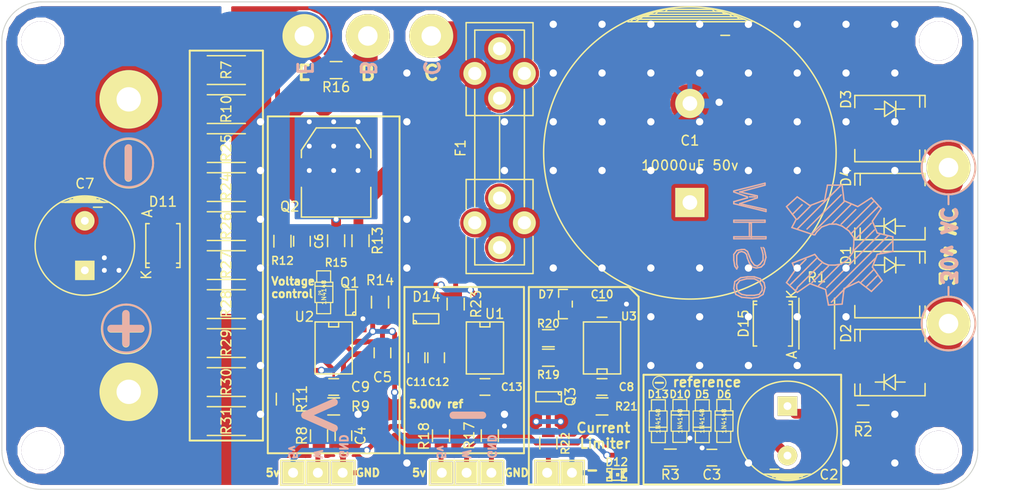
<source format=kicad_pcb>
(kicad_pcb (version 4) (host pcbnew "(2014-08-24 BZR 5093)-product")
  (title_block (title openPSU) (date "24 Dec 2014") (rev 0) (company "Mrk Industries"))
  (layers (0 F.Cu signal) (31 B.Cu signal) (34 B.Paste user) (35 F.Paste user) (36 B.SilkS user) (37 F.SilkS user) (38 B.Mask user) (39 F.Mask user) (44 Edge.Cuts user))
  (net 0 "")
  (net 1 "Net-(C1-Pad1)")
  (net 2 "Net-(C2-Pad1)")
  (net 3 "Net-(C2-Pad2)")
  (net 4 "Net-(C3-Pad2)")
  (net 5 "Net-(C4-Pad1)")
  (net 6 "Net-(C6-Pad2)")
  (net 7 "Net-(C8-Pad1)")
  (net 8 "Net-(C8-Pad2)")
  (net 9 "Net-(C9-Pad1)")
  (net 10 "Net-(CONN2-Pad1)")
  (net 11 "Net-(CONN1-Pad1)")
  (net 12 "Net-(D9-Pad1)")
  (net 13 "Net-(D10-Pad2)")
  (net 14 "Net-(CONN8-Pad1)")
  (net 15 "Net-(Q1-Pad2)")
  (net 16 "Net-(Q3-Pad2)")
  (net 17 "Net-(Q3-Pad3)")
  (net 18 GND)
  (net 19 /-5.6v)
  (net 20 "Net-(C10-Pad1)")
  (net 21 "Net-(Q2-Pad2)")
  (net 22 /GNDout)
  (net 23 /Vout)
  (net 24 /30v)
  (net 25 "Net-(C11-Pad1)")
  (net 26 5.00v)
  (net 27 /pot_I_H)
  (net 28 /pot_I_W)
  (net 29 /pot_I_L)
  (net 30 /Vctrl)
  (net 31 "Net-(U1-Pad5)")
  (net 32 "Net-(U1-Pad3)")
  (net 33 "Net-(CONN_LED1-Pad1)")
  (module SMD_Packages:SOT-223 (layer F.Cu) (at 121.25 83.5)
    (fp_text reference Q2 (at -4.75 3.5) (layer F.SilkS))
    (fp_text value BCP54 hide)
    (pad 2 smd rect (at 0 -3.302) (size 3.6576 2.032) (layers F.Cu F.Paste F.Mask) (net 21 "Net-(Q2-Pad2)"))
    (pad 2 smd rect (at 0 3.302) (size 1.016 2.032) (layers F.Cu F.Paste F.Mask) (net 21 "Net-(Q2-Pad2)"))
    (pad 3 smd rect (at 2.286 3.302) (size 1.016 2.032) (layers F.Cu F.Paste F.Mask) (net 24 /30v))
    (pad 1 smd rect (at -2.286 3.302) (size 1.016 2.032) (layers F.Cu F.Paste F.Mask) (net 14 "Net-(CONN8-Pad1)"))
  )
  (module Capacitors_ThroughHole:Capacitor10x16RM5 (layer F.Cu) (at 167.5 110 180)
    (fp_text reference C2 (at -4.25 -4.5 180) (layer F.SilkS))
    (fp_text value "47uF 100v" hide)
    (pad 1 thru_hole rect (at 0 2.54 180) (size 1.99898 1.99898) (drill 0.8001) (layers *.Cu *.Mask F.SilkS) (net 2 "Net-(C2-Pad1)"))
    (pad 2 thru_hole circle (at 0 -2.54 180) (size 1.99898 1.99898) (drill 0.8001) (layers *.Cu *.Mask F.SilkS) (net 3 "Net-(C2-Pad2)"))
  )
  (module Capacitors_ThroughHole:Capacitor10x16RM5 (layer F.Cu) (at 95.5 91)
    (fp_text reference C7 (at 0 -6.35) (layer F.SilkS))
    (fp_text value "47uF 100v" hide)
    (pad 1 thru_hole rect (at 0 2.54) (size 1.99898 1.99898) (drill 0.8001) (layers *.Cu *.Mask F.SilkS) (net 23 /Vout))
    (pad 2 thru_hole circle (at 0 -2.54) (size 1.99898 1.99898) (drill 0.8001) (layers *.Cu *.Mask F.SilkS) (net 22 /GNDout))
  )
  (module Mrk:SOD-123 (layer F.Cu) (at 158.75 109 270)
    (fp_text reference D5 (at -2.75 0 360) (layer F.SilkS) (effects (font (size 0.75 0.75))))
    (fp_text value 1N4148 (at 0 0 270) (layer F.SilkS) (effects (font (size 0.4318 0.4318) (thickness 0.0889))))
    (pad 1 smd rect (at -1.6256 -0.0254 270) (size 0.9652 1.27) (layers F.Cu F.Paste F.Mask) (net 3 "Net-(C2-Pad2)"))
    (pad 2 smd rect (at 1.651 -0.0254 270) (size 0.9652 1.27) (layers F.Cu F.Paste F.Mask) (net 18 GND))
  )
  (module Mrk:SOD-123 (layer F.Cu) (at 161 109 90)
    (fp_text reference D6 (at 2.75 0 180) (layer F.SilkS) (effects (font (size 0.75 0.75))))
    (fp_text value 1N4148 (at 0 0 90) (layer F.SilkS) (effects (font (size 0.4318 0.4318) (thickness 0.0889))))
    (pad 1 smd rect (at -1.6256 -0.0254 90) (size 0.9652 1.27) (layers F.Cu F.Paste F.Mask) (net 4 "Net-(C3-Pad2)"))
    (pad 2 smd rect (at 1.651 -0.0254 90) (size 0.9652 1.27) (layers F.Cu F.Paste F.Mask) (net 3 "Net-(C2-Pad2)"))
  )
  (module Transistors_SMD:sot23 (layer F.Cu) (at 144.75 97 90)
    (fp_text reference D7 (at 1 -2 180) (layer F.SilkS) (effects (font (size 0.8 0.8))))
    (fp_text value ZENER hide)
    (pad 1 smd rect (at -0.9525 1.05664 90) (size 0.59944 1.00076) (layers F.Cu F.Paste F.Mask) (net 20 "Net-(C10-Pad1)"))
    (pad 3 smd rect (at 0 -1.05664 90) (size 0.59944 1.00076) (layers F.Cu F.Paste F.Mask))
    (pad 2 smd rect (at 0.9525 1.05664 90) (size 0.59944 1.00076) (layers F.Cu F.Paste F.Mask) (net 24 /30v))
  )
  (module Mrk:SOD-123 (layer F.Cu) (at 120 95.8 90)
    (fp_text reference D9 (at -0.0508 -0.4064 90) (layer F.SilkS) (effects (font (size 0.254 0.254) (thickness 0.0508))))
    (fp_text value 1N4148 (at 0 0 90) (layer F.SilkS) (effects (font (size 0.4318 0.4318) (thickness 0.0889))))
    (pad 1 smd rect (at -1.6256 -0.0254 90) (size 0.9652 1.27) (layers F.Cu F.Paste F.Mask) (net 12 "Net-(D9-Pad1)"))
    (pad 2 smd rect (at 1.651 -0.0254 90) (size 0.9652 1.27) (layers F.Cu F.Paste F.Mask) (net 8 "Net-(C8-Pad2)"))
  )
  (module Mrk:SOD-123 (layer F.Cu) (at 156.5 109 90)
    (fp_text reference D10 (at 2.75 0 180) (layer F.SilkS) (effects (font (size 0.75 0.75))))
    (fp_text value 1N4148 (at 0 0 90) (layer F.SilkS) (effects (font (size 0.4318 0.4318) (thickness 0.0889))))
    (pad 1 smd rect (at -1.6256 -0.0254 90) (size 0.9652 1.27) (layers F.Cu F.Paste F.Mask) (net 18 GND))
    (pad 2 smd rect (at 1.651 -0.0254 90) (size 0.9652 1.27) (layers F.Cu F.Paste F.Mask) (net 13 "Net-(D10-Pad2)"))
  )
  (module Diodes_SMD:Diode-SMA_Standard (layer F.Cu) (at 103.5 91 270)
    (fp_text reference D11 (at -4.5 0 360) (layer F.SilkS))
    (fp_text value 1N4001 hide)
    (fp_text user A (at -3.29946 1.6002 270) (layer F.SilkS))
    (fp_text user K (at 2.99974 1.69926 270) (layer F.SilkS))
    (pad 1 smd rect (at -1.99898 0 270) (size 2.49936 1.80086) (layers F.Cu F.Paste F.Mask) (net 22 /GNDout))
    (pad 2 smd rect (at 1.99898 0 270) (size 2.49936 1.80086) (layers F.Cu F.Paste F.Mask) (net 23 /Vout))
  )
  (module LEDs:LED-0805 (layer F.Cu) (at 150 114.5)
    (fp_text reference D12 (at 0 -1.3) (layer F.SilkS) (effects (font (size 0.8 0.8))))
    (fp_text value OVERCURRENT hide)
    (pad 1 smd rect (at -1.04902 0) (size 1.19888 1.19888) (layers F.Cu F.Paste F.Mask) (net 33 "Net-(CONN_LED1-Pad1)"))
    (pad 2 smd rect (at 1.04902 0) (size 1.19888 1.19888) (layers F.Cu F.Paste F.Mask) (net 18 GND))
  )
  (module Resistors_SMD:R_2512 (layer F.Cu) (at 170.5 99 90)
    (fp_text reference R1 (at 4.75 0 180) (layer F.SilkS))
    (fp_text value "2.2k 1W" hide)
    (pad 1 smd rect (at -3.1 0 90) (size 1 3.2) (layers F.Cu F.Paste F.Mask) (net 1 "Net-(C1-Pad1)"))
    (pad 2 smd rect (at 3.1 0 90) (size 1 3.2) (layers F.Cu F.Paste F.Mask) (net 18 GND))
  )
  (module Resistors_SMD:R_0805 (layer F.Cu) (at 119.5 110.5 270)
    (fp_text reference R8 (at 0 1.75 270) (layer F.SilkS))
    (fp_text value "27k 1/4W" hide)
    (pad 1 smd rect (at -0.95 0 270) (size 0.7 1.3) (layers F.Cu F.Paste F.Mask) (net 5 "Net-(C4-Pad1)"))
    (pad 2 smd rect (at 0.95 0 270) (size 0.7 1.3) (layers F.Cu F.Paste F.Mask) (net 30 /Vctrl))
  )
  (module Resistors_SMD:R_0805 (layer F.Cu) (at 121 107.5 180)
    (fp_text reference R9 (at -2.75 0 360) (layer F.SilkS))
    (fp_text value "2.2k 1/4W" hide)
    (pad 1 smd rect (at -0.95 0 180) (size 0.7 1.3) (layers F.Cu F.Paste F.Mask) (net 12 "Net-(D9-Pad1)"))
    (pad 2 smd rect (at 0.95 0 180) (size 0.7 1.3) (layers F.Cu F.Paste F.Mask) (net 5 "Net-(C4-Pad1)"))
  )
  (module Resistors_SMD:R_0805 (layer F.Cu) (at 116 106.75 270)
    (fp_text reference R11 (at 0 -1.75 270) (layer F.SilkS))
    (fp_text value "27k 1/4W" hide)
    (pad 1 smd rect (at -0.95 0 270) (size 0.7 1.3) (layers F.Cu F.Paste F.Mask) (net 6 "Net-(C6-Pad2)"))
    (pad 2 smd rect (at 0.95 0 270) (size 0.7 1.3) (layers F.Cu F.Paste F.Mask) (net 22 /GNDout))
  )
  (module Resistors_SMD:R_0805 (layer F.Cu) (at 115.75 90.55 270)
    (fp_text reference R12 (at 2 0 360) (layer F.SilkS) (effects (font (size 0.8 0.8))))
    (fp_text value "56k 1/4W" hide)
    (pad 1 smd rect (at -0.95 0 270) (size 0.7 1.3) (layers F.Cu F.Paste F.Mask) (net 23 /Vout))
    (pad 2 smd rect (at 0.95 0 270) (size 0.7 1.3) (layers F.Cu F.Paste F.Mask) (net 6 "Net-(C6-Pad2)"))
  )
  (module Resistors_SMD:R_0805 (layer F.Cu) (at 123.75 90.5 270)
    (fp_text reference R13 (at 0 -1.75 270) (layer F.SilkS))
    (fp_text value "33k 1/4W" hide)
    (pad 1 smd rect (at -0.95 0 270) (size 0.7 1.3) (layers F.Cu F.Paste F.Mask) (net 24 /30v))
    (pad 2 smd rect (at 0.95 0 270) (size 0.7 1.3) (layers F.Cu F.Paste F.Mask) (net 15 "Net-(Q1-Pad2)"))
  )
  (module Resistors_SMD:R_0805 (layer F.Cu) (at 125.75 96.8 270)
    (fp_text reference R14 (at -2.25 0 360) (layer F.SilkS))
    (fp_text value "1.5k 1/4W" hide)
    (pad 1 smd rect (at -0.95 0 270) (size 0.7 1.3) (layers F.Cu F.Paste F.Mask) (net 15 "Net-(Q1-Pad2)"))
    (pad 2 smd rect (at 0.95 0 270) (size 0.7 1.3) (layers F.Cu F.Paste F.Mask) (net 19 /-5.6v))
  )
  (module Resistors_SMD:R_0805 (layer F.Cu) (at 121.25 90.5 270)
    (fp_text reference R15 (at 2.25 0 360) (layer F.SilkS) (effects (font (size 0.8 0.8))))
    (fp_text value "1k 1/4W" hide)
    (pad 1 smd rect (at -0.95 0 270) (size 0.7 1.3) (layers F.Cu F.Paste F.Mask) (net 21 "Net-(Q2-Pad2)"))
    (pad 2 smd rect (at 0.95 0 270) (size 0.7 1.3) (layers F.Cu F.Paste F.Mask) (net 9 "Net-(C9-Pad1)"))
  )
  (module Resistors_SMD:R_0805 (layer F.Cu) (at 121.25 73)
    (fp_text reference R16 (at 0 1.75) (layer F.SilkS))
    (fp_text value "1k 1/4W" hide)
    (pad 1 smd rect (at -0.95 0) (size 0.7 1.3) (layers F.Cu F.Paste F.Mask) (net 23 /Vout))
    (pad 2 smd rect (at 0.95 0) (size 0.7 1.3) (layers F.Cu F.Paste F.Mask) (net 14 "Net-(CONN8-Pad1)"))
  )
  (module Resistors_SMD:R_0805 (layer F.Cu) (at 137 110.5 90)
    (fp_text reference R17 (at 0 -2.1 90) (layer F.SilkS))
    (fp_text value "180R 1/4W" hide)
    (pad 1 smd rect (at -0.95 0 90) (size 0.7 1.3) (layers F.Cu F.Paste F.Mask) (net 29 /pot_I_L))
    (pad 2 smd rect (at 0.95 0 90) (size 0.7 1.3) (layers F.Cu F.Paste F.Mask) (net 18 GND))
  )
  (module Resistors_SMD:R_0805 (layer F.Cu) (at 132 110.5 90)
    (fp_text reference R18 (at -0.05 -1.75 90) (layer F.SilkS))
    (fp_text value "33k 1/4W" hide)
    (pad 1 smd rect (at -0.95 0 90) (size 0.7 1.3) (layers F.Cu F.Paste F.Mask) (net 27 /pot_I_H))
    (pad 2 smd rect (at 0.95 0 90) (size 0.7 1.3) (layers F.Cu F.Paste F.Mask) (net 26 5.00v))
  )
  (module Resistors_SMD:R_0805 (layer F.Cu) (at 143 102.5 180)
    (fp_text reference R19 (at 0 -1.75 180) (layer F.SilkS) (effects (font (size 0.8 0.8))))
    (fp_text value "2.2k 1/4W" hide)
    (pad 1 smd rect (at -0.95 0 180) (size 0.7 1.3) (layers F.Cu F.Paste F.Mask) (net 20 "Net-(C10-Pad1)"))
    (pad 2 smd rect (at 0.95 0 180) (size 0.7 1.3) (layers F.Cu F.Paste F.Mask) (net 16 "Net-(Q3-Pad2)"))
  )
  (module Resistors_SMD:R_0805 (layer F.Cu) (at 143 100.5)
    (fp_text reference R20 (at 0 -1.5) (layer F.SilkS) (effects (font (size 0.8 0.8))))
    (fp_text value "10k 1/4W" hide)
    (pad 1 smd rect (at -0.95 0) (size 0.7 1.3) (layers F.Cu F.Paste F.Mask) (net 16 "Net-(Q3-Pad2)"))
    (pad 2 smd rect (at 0.95 0) (size 0.7 1.3) (layers F.Cu F.Paste F.Mask) (net 8 "Net-(C8-Pad2)"))
  )
  (module Resistors_SMD:R_0805 (layer F.Cu) (at 148.5 107.5 180)
    (fp_text reference R21 (at -2.5 0 180) (layer F.SilkS) (effects (font (size 0.8 0.8))))
    (fp_text value "10k 1/4W" hide)
    (pad 1 smd rect (at -0.95 0 180) (size 0.7 1.3) (layers F.Cu F.Paste F.Mask) (net 7 "Net-(C8-Pad1)"))
    (pad 2 smd rect (at 0.95 0 180) (size 0.7 1.3) (layers F.Cu F.Paste F.Mask) (net 22 /GNDout))
  )
  (module Resistors_SMD:R_0805 (layer F.Cu) (at 143 111.25 270)
    (fp_text reference R22 (at 0.05 -1.75 270) (layer F.SilkS) (effects (font (size 0.8 0.8))))
    (fp_text value "4.7k 1/4W" hide)
    (pad 1 smd rect (at -0.95 0 270) (size 0.7 1.3) (layers F.Cu F.Paste F.Mask) (net 17 "Net-(Q3-Pad3)"))
    (pad 2 smd rect (at 0.95 0 270) (size 0.7 1.3) (layers F.Cu F.Paste F.Mask) (net 33 "Net-(CONN_LED1-Pad1)"))
  )
  (module SMD_Packages:SOIC-8-W (layer F.Cu) (at 136.5 101.5 270)
    (fp_text reference U1 (at -3.5 -1 360) (layer F.SilkS))
    (fp_text value ADR02ARZ hide)
    (pad 8 smd rect (at -1.905 -2.667 270) (size 0.59944 1.39954) (layers F.Cu F.Paste F.Mask))
    (pad 1 smd rect (at -1.905 2.667 270) (size 0.59944 1.39954) (layers F.Cu F.Paste F.Mask))
    (pad 7 smd rect (at -0.635 -2.667 270) (size 0.59944 1.39954) (layers F.Cu F.Paste F.Mask))
    (pad 6 smd rect (at 0.635 -2.667 270) (size 0.59944 1.39954) (layers F.Cu F.Paste F.Mask) (net 26 5.00v))
    (pad 5 smd rect (at 1.905 -2.667 270) (size 0.59944 1.39954) (layers F.Cu F.Paste F.Mask) (net 31 "Net-(U1-Pad5)"))
    (pad 2 smd rect (at -0.635 2.667 270) (size 0.59944 1.39954) (layers F.Cu F.Paste F.Mask) (net 25 "Net-(C11-Pad1)"))
    (pad 3 smd rect (at 0.635 2.667 270) (size 0.59944 1.39954) (layers F.Cu F.Paste F.Mask) (net 32 "Net-(U1-Pad3)"))
    (pad 4 smd rect (at 1.905 2.667 270) (size 0.59944 1.39954) (layers F.Cu F.Paste F.Mask) (net 22 /GNDout))
  )
  (module SMD_Packages:SOIC-8-W (layer F.Cu) (at 121 101.5 270)
    (fp_text reference U2 (at -3.2 3 360) (layer F.SilkS))
    (fp_text value MC34071 hide)
    (pad 8 smd rect (at -1.905 -2.667 270) (size 0.59944 1.39954) (layers F.Cu F.Paste F.Mask))
    (pad 1 smd rect (at -1.905 2.667 270) (size 0.59944 1.39954) (layers F.Cu F.Paste F.Mask))
    (pad 7 smd rect (at -0.635 -2.667 270) (size 0.59944 1.39954) (layers F.Cu F.Paste F.Mask) (net 24 /30v))
    (pad 6 smd rect (at 0.635 -2.667 270) (size 0.59944 1.39954) (layers F.Cu F.Paste F.Mask) (net 9 "Net-(C9-Pad1)"))
    (pad 5 smd rect (at 1.905 -2.667 270) (size 0.59944 1.39954) (layers F.Cu F.Paste F.Mask))
    (pad 2 smd rect (at -0.635 2.667 270) (size 0.59944 1.39954) (layers F.Cu F.Paste F.Mask) (net 6 "Net-(C6-Pad2)"))
    (pad 3 smd rect (at 0.635 2.667 270) (size 0.59944 1.39954) (layers F.Cu F.Paste F.Mask) (net 12 "Net-(D9-Pad1)"))
    (pad 4 smd rect (at 1.905 2.667 270) (size 0.59944 1.39954) (layers F.Cu F.Paste F.Mask) (net 19 /-5.6v))
  )
  (module SMD_Packages:SOIC-8-W (layer F.Cu) (at 148.5 101.5 90)
    (fp_text reference U3 (at 3.25 2.75 180) (layer F.SilkS) (effects (font (size 0.8 0.8))))
    (fp_text value MC34071 hide)
    (pad 8 smd rect (at -1.905 -2.667 90) (size 0.59944 1.39954) (layers F.Cu F.Paste F.Mask))
    (pad 1 smd rect (at -1.905 2.667 90) (size 0.59944 1.39954) (layers F.Cu F.Paste F.Mask))
    (pad 7 smd rect (at -0.635 -2.667 90) (size 0.59944 1.39954) (layers F.Cu F.Paste F.Mask) (net 20 "Net-(C10-Pad1)"))
    (pad 6 smd rect (at 0.635 -2.667 90) (size 0.59944 1.39954) (layers F.Cu F.Paste F.Mask) (net 8 "Net-(C8-Pad2)"))
    (pad 5 smd rect (at 1.905 -2.667 90) (size 0.59944 1.39954) (layers F.Cu F.Paste F.Mask))
    (pad 2 smd rect (at -0.635 2.667 90) (size 0.59944 1.39954) (layers F.Cu F.Paste F.Mask) (net 7 "Net-(C8-Pad1)"))
    (pad 3 smd rect (at 0.635 2.667 90) (size 0.59944 1.39954) (layers F.Cu F.Paste F.Mask) (net 28 /pot_I_W))
    (pad 4 smd rect (at 1.905 2.667 90) (size 0.59944 1.39954) (layers F.Cu F.Paste F.Mask) (net 18 GND))
  )
  (module Mounting_Holes:MountingHole_4mm (layer F.Cu) (at 183 112)
    (fp_text reference MH4 hide)
    (fp_text value MH hide)
    (pad 1 thru_hole circle (at 0 0) (size 4.0005 4.0005) (drill 4.0005) (layers))
  )
  (module Mounting_Holes:MountingHole_4mm (layer F.Cu) (at 183 70)
    (fp_text reference MH2 hide)
    (fp_text value MH hide)
    (pad 1 thru_hole circle (at 0 0) (size 4.0005 4.0005) (drill 4.0005) (layers))
  )
  (module Mounting_Holes:MountingHole_4mm (layer F.Cu) (at 91 70)
    (fp_text reference MH1 hide)
    (fp_text value MH hide)
    (pad 1 thru_hole circle (at 0 0) (size 4.0005 4.0005) (drill 4.0005) (layers))
  )
  (module Mounting_Holes:MountingHole_4mm (layer F.Cu) (at 91 112)
    (fp_text reference MH3 hide)
    (fp_text value MH hide)
    (pad 1 thru_hole circle (at 0 0) (size 4.0005 4.0005) (drill 4.0005) (layers))
  )
  (module Diodes_SMD:Diode-SMC_Standard (layer F.Cu) (at 178 103 180)
    (fp_text reference D2 (at 4.5 3 270) (layer F.SilkS))
    (fp_text value S3G-13-F hide)
    (pad 1 smd rect (at -3.40106 0 270) (size 3.29946 2.49936) (layers F.Cu F.Paste F.Mask) (net 10 "Net-(CONN2-Pad1)"))
    (pad 2 smd rect (at 3.40106 0 270) (size 3.29946 2.49936) (layers F.Cu F.Paste F.Mask) (net 1 "Net-(C1-Pad1)"))
  )
  (module Diodes_SMD:Diode-SMC_Standard (layer F.Cu) (at 178 79)
    (fp_text reference D3 (at -4.5 -3 90) (layer F.SilkS))
    (fp_text value S3G-13-F hide)
    (pad 1 smd rect (at -3.40106 0 90) (size 3.29946 2.49936) (layers F.Cu F.Paste F.Mask) (net 18 GND))
    (pad 2 smd rect (at 3.40106 0 90) (size 3.29946 2.49936) (layers F.Cu F.Paste F.Mask) (net 11 "Net-(CONN1-Pad1)"))
  )
  (module Diodes_SMD:Diode-SMC_Standard (layer F.Cu) (at 178 95)
    (fp_text reference D4 (at -4.5 -11 90) (layer F.SilkS))
    (fp_text value S3G-13-F hide)
    (pad 1 smd rect (at -3.40106 0 90) (size 3.29946 2.49936) (layers F.Cu F.Paste F.Mask) (net 18 GND))
    (pad 2 smd rect (at 3.40106 0 90) (size 3.29946 2.49936) (layers F.Cu F.Paste F.Mask) (net 10 "Net-(CONN2-Pad1)"))
  )
  (module Diodes_SMD:Diode-SMC_Standard (layer F.Cu) (at 178 87 180)
    (fp_text reference D1 (at 4.5 -5 270) (layer F.SilkS))
    (fp_text value S3G-13-F hide)
    (pad 1 smd rect (at -3.40106 0 270) (size 3.29946 2.49936) (layers F.Cu F.Paste F.Mask) (net 11 "Net-(CONN1-Pad1)"))
    (pad 2 smd rect (at 3.40106 0 270) (size 3.29946 2.49936) (layers F.Cu F.Paste F.Mask) (net 1 "Net-(C1-Pad1)"))
  )
  (module Wire_Pads:SolderWirePad_single_2mmDrill (layer F.Cu) (at 184 83)
    (fp_text reference CONN1 hide)
    (fp_text value AC hide)
    (pad 1 thru_hole circle (at 0 0) (size 4.50088 4.50088) (drill 1.99898) (layers *.Cu *.Mask F.SilkS) (net 11 "Net-(CONN1-Pad1)"))
  )
  (module Wire_Pads:SolderWirePad_single_2mmDrill (layer F.Cu) (at 184 99)
    (fp_text reference CONN2 hide)
    (fp_text value AC hide)
    (pad 1 thru_hole circle (at 0 0) (size 4.50088 4.50088) (drill 1.99898) (layers *.Cu *.Mask F.SilkS) (net 10 "Net-(CONN2-Pad1)"))
  )
  (module Wire_Pads:SolderWirePad_single_2-5mmDrill (layer F.Cu) (at 100 106)
    (fp_text reference CONN3 hide)
    (fp_text value V+ hide)
    (pad 1 thru_hole circle (at 0 0) (size 5.99948 5.99948) (drill 2.49936) (layers *.Cu *.Mask F.SilkS) (net 23 /Vout))
  )
  (module Wire_Pads:SolderWirePad_single_2-5mmDrill (layer F.Cu) (at 100 76)
    (fp_text reference CONN4 hide)
    (fp_text value GND hide)
    (pad 1 thru_hole circle (at 0 0) (size 5.99948 5.99948) (drill 2.49936) (layers *.Cu *.Mask F.SilkS) (net 22 /GNDout))
  )
  (module Wire_Pads:SolderWirePad_single_2mmDrill (layer F.Cu) (at 131 69.5)
    (fp_text reference CONN7 hide)
    (fp_text value C hide)
    (pad 1 thru_hole circle (at 0 0) (size 4.50088 4.50088) (drill 1.99898) (layers *.Cu *.Mask F.SilkS) (net 24 /30v))
  )
  (module Wire_Pads:SolderWirePad_single_2mmDrill (layer F.Cu) (at 124.5 69.5)
    (fp_text reference CONN8 hide)
    (fp_text value B hide)
    (pad 1 thru_hole circle (at 0 0) (size 4.50088 4.50088) (drill 1.99898) (layers *.Cu *.Mask F.SilkS) (net 14 "Net-(CONN8-Pad1)"))
  )
  (module Wire_Pads:SolderWirePad_single_2mmDrill (layer F.Cu) (at 118 69.5)
    (fp_text reference CONN9 hide)
    (fp_text value E hide)
    (pad 1 thru_hole circle (at 0 0) (size 4.50088 4.50088) (drill 1.99898) (layers *.Cu *.Mask F.SilkS) (net 23 /Vout))
  )
  (module Mrk:SOD-123 (layer F.Cu) (at 154.25 109 270)
    (fp_text reference D13 (at -2.75 0 360) (layer F.SilkS) (effects (font (size 0.75 0.75))))
    (fp_text value 1N4148 (at 0 0 270) (layer F.SilkS) (effects (font (size 0.4318 0.4318) (thickness 0.0889))))
    (pad 1 smd rect (at -1.6256 -0.0254 270) (size 0.9652 1.27) (layers F.Cu F.Paste F.Mask) (net 13 "Net-(D10-Pad2)"))
    (pad 2 smd rect (at 1.651 -0.0254 270) (size 0.9652 1.27) (layers F.Cu F.Paste F.Mask) (net 19 /-5.6v))
  )
  (module Resistors_SMD:R_0805 (layer F.Cu) (at 133.5 97 270)
    (fp_text reference R23 (at 0 -2.1 270) (layer F.SilkS))
    (fp_text value "820R 1/4W" hide)
    (pad 1 smd rect (at -0.95 0 270) (size 0.7 1.3) (layers F.Cu F.Paste F.Mask) (net 24 /30v))
    (pad 2 smd rect (at 0.95 0 270) (size 0.7 1.3) (layers F.Cu F.Paste F.Mask) (net 25 "Net-(C11-Pad1)"))
  )
  (module SMD_Packages:SOT-23 (layer F.Cu) (at 130.5 98.5)
    (fp_text reference D14 (at 0 -2.25 180) (layer F.SilkS))
    (fp_text value ZENER hide)
    (pad 3 smd rect (at 0 -1.09982) (size 0.8001 1.00076) (layers F.Cu F.Paste F.Mask))
    (pad 2 smd rect (at 0.9525 1.09982) (size 0.8001 1.00076) (layers F.Cu F.Paste F.Mask) (net 25 "Net-(C11-Pad1)"))
    (pad 1 smd rect (at -0.9525 1.09982) (size 0.8001 1.00076) (layers F.Cu F.Paste F.Mask) (net 22 /GNDout))
  )
  (module SMD_Packages:SOT-23 (layer F.Cu) (at 122.75 96.8 90)
    (fp_text reference Q1 (at 1.99898 -0.09906 180) (layer F.SilkS))
    (fp_text value BC846B hide)
    (pad 3 smd rect (at 0 -1.09982 90) (size 0.8001 1.00076) (layers F.Cu F.Paste F.Mask) (net 9 "Net-(C9-Pad1)"))
    (pad 2 smd rect (at 0.9525 1.09982 90) (size 0.8001 1.00076) (layers F.Cu F.Paste F.Mask) (net 15 "Net-(Q1-Pad2)"))
    (pad 1 smd rect (at -0.9525 1.09982 90) (size 0.8001 1.00076) (layers F.Cu F.Paste F.Mask) (net 18 GND))
  )
  (module SMD_Packages:SOT-23 (layer F.Cu) (at 143 106.5 180)
    (fp_text reference Q3 (at -2.25 0 270) (layer F.SilkS))
    (fp_text value BC857A hide)
    (pad 3 smd rect (at 0 -1.09982 180) (size 0.8001 1.00076) (layers F.Cu F.Paste F.Mask) (net 17 "Net-(Q3-Pad3)"))
    (pad 2 smd rect (at 0.9525 1.09982 180) (size 0.8001 1.00076) (layers F.Cu F.Paste F.Mask) (net 16 "Net-(Q3-Pad2)"))
    (pad 1 smd rect (at -0.9525 1.09982 180) (size 0.8001 1.00076) (layers F.Cu F.Paste F.Mask) (net 20 "Net-(C10-Pad1)"))
  )
  (module Capacitors_ThroughHole:Capacitor30x51RM10 (layer F.Cu) (at 157.5 81.5)
    (fp_text reference C1 (at 0 -1.27) (layer F.SilkS))
    (fp_text value "10000uF 50v" (at 0 1.27) (layer F.SilkS))
    (pad 1 thru_hole rect (at 0 5.08) (size 2.99974 2.99974) (drill 1.50114) (layers *.Cu *.Mask F.SilkS) (net 1 "Net-(C1-Pad1)"))
    (pad 2 thru_hole circle (at 0 -5.08) (size 2.99974 2.99974) (drill 1.50114) (layers *.Cu *.Mask F.SilkS) (net 18 GND))
  )
  (module Fuse_Holders_and_Fuses:Fuseholder5x20_horiz_open_universal_Type-III (layer F.Cu) (at 138 81 270)
    (fp_text reference F1 (at 0 4 450) (layer F.SilkS))
    (fp_text value 10A hide)
    (pad 2 thru_hole circle (at 5.12064 0 270) (size 2.3495 2.3495) (drill 1.34874) (layers *.Cu *.Mask F.SilkS) (net 1 "Net-(C1-Pad1)"))
    (pad 2 thru_hole circle (at 10.20064 0 270) (size 2.3495 2.3495) (drill 1.34874) (layers *.Cu *.Mask F.SilkS) (net 1 "Net-(C1-Pad1)"))
    (pad 1 thru_hole circle (at -5.1181 0 270) (size 2.3495 2.3495) (drill 1.34874) (layers *.Cu *.Mask F.SilkS) (net 24 /30v))
    (pad 1 thru_hole circle (at -10.1981 0 270) (size 2.3495 2.3495) (drill 1.34874) (layers *.Cu *.Mask F.SilkS) (net 24 /30v))
    (pad 2 thru_hole circle (at 7.66064 -2.54 270) (size 2.3495 2.3495) (drill 1.34874) (layers *.Cu *.Mask F.SilkS) (net 1 "Net-(C1-Pad1)"))
    (pad 2 thru_hole circle (at 7.66064 2.54 270) (size 2.3495 2.3495) (drill 1.34874) (layers *.Cu *.Mask F.SilkS) (net 1 "Net-(C1-Pad1)"))
    (pad 1 thru_hole circle (at -7.6581 -2.54 270) (size 2.3495 2.3495) (drill 1.34874) (layers *.Cu *.Mask F.SilkS) (net 24 /30v))
    (pad 1 thru_hole circle (at -7.6581 2.54 270) (size 2.3495 2.3495) (drill 1.34874) (layers *.Cu *.Mask F.SilkS) (net 24 /30v))
  )
  (module Capacitors_SMD:C_0805 (layer F.Cu) (at 122 110.5 270)
    (fp_text reference C4 (at 0 -1.75 270) (layer F.SilkS))
    (fp_text value 100nF hide)
    (pad 1 smd rect (at -1 0 270) (size 1 1.25) (layers F.Cu F.Paste F.Mask) (net 5 "Net-(C4-Pad1)"))
    (pad 2 smd rect (at 1 0 270) (size 1 1.25) (layers F.Cu F.Paste F.Mask) (net 22 /GNDout))
  )
  (module Capacitors_SMD:C_0805 (layer F.Cu) (at 126 102 270)
    (fp_text reference C5 (at 2.5 0 360) (layer F.SilkS))
    (fp_text value 200nF hide)
    (pad 1 smd rect (at -1 0 270) (size 1 1.25) (layers F.Cu F.Paste F.Mask) (net 24 /30v))
    (pad 2 smd rect (at 1 0 270) (size 1 1.25) (layers F.Cu F.Paste F.Mask) (net 22 /GNDout))
  )
  (module Capacitors_SMD:C_0805 (layer F.Cu) (at 117.75 90.55 270)
    (fp_text reference C6 (at 0 -1.75 450) (layer F.SilkS) (effects (font (size 0.8 0.8))))
    (fp_text value 100pF hide)
    (pad 1 smd rect (at -1 0 270) (size 1 1.25) (layers F.Cu F.Paste F.Mask) (net 23 /Vout))
    (pad 2 smd rect (at 1 0 270) (size 1 1.25) (layers F.Cu F.Paste F.Mask) (net 6 "Net-(C6-Pad2)"))
  )
  (module Capacitors_SMD:C_0805 (layer F.Cu) (at 148.5 105.5 180)
    (fp_text reference C8 (at -2.5 0 180) (layer F.SilkS) (effects (font (size 0.8 0.8))))
    (fp_text value 330pF hide)
    (pad 1 smd rect (at -1 0 180) (size 1 1.25) (layers F.Cu F.Paste F.Mask) (net 7 "Net-(C8-Pad1)"))
    (pad 2 smd rect (at 1 0 180) (size 1 1.25) (layers F.Cu F.Paste F.Mask) (net 8 "Net-(C8-Pad2)"))
  )
  (module Capacitors_SMD:C_0805 (layer F.Cu) (at 121 105.5 180)
    (fp_text reference C9 (at -2.75 0 360) (layer F.SilkS))
    (fp_text value 100pF hide)
    (pad 1 smd rect (at -1 0 180) (size 1 1.25) (layers F.Cu F.Paste F.Mask) (net 9 "Net-(C9-Pad1)"))
    (pad 2 smd rect (at 1 0 180) (size 1 1.25) (layers F.Cu F.Paste F.Mask) (net 6 "Net-(C6-Pad2)"))
  )
  (module Capacitors_SMD:C_0805 (layer F.Cu) (at 148.5 97.5)
    (fp_text reference C10 (at 0 -1.5) (layer F.SilkS) (effects (font (size 0.8 0.8))))
    (fp_text value 100nF hide)
    (pad 1 smd rect (at -1 0) (size 1 1.25) (layers F.Cu F.Paste F.Mask) (net 20 "Net-(C10-Pad1)"))
    (pad 2 smd rect (at 1 0) (size 1 1.25) (layers F.Cu F.Paste F.Mask) (net 18 GND))
  )
  (module Resistors_SMD:R_0805 (layer F.Cu) (at 175.25 108.25 180)
    (fp_text reference R2 (at 0 -1.8 180) (layer F.SilkS))
    (fp_text value "82R 1/4W" hide)
    (pad 1 smd rect (at -0.95 0 180) (size 0.7 1.3) (layers F.Cu F.Paste F.Mask) (net 10 "Net-(CONN2-Pad1)"))
    (pad 2 smd rect (at 0.95 0 180) (size 0.7 1.3) (layers F.Cu F.Paste F.Mask) (net 2 "Net-(C2-Pad1)"))
  )
  (module Resistors_SMD:R_0805 (layer F.Cu) (at 155.5 112.75)
    (fp_text reference R3 (at 0 1.75) (layer F.SilkS))
    (fp_text value "220R 1/4W" hide)
    (pad 1 smd rect (at -0.95 0) (size 0.7 1.3) (layers F.Cu F.Paste F.Mask) (net 19 /-5.6v))
    (pad 2 smd rect (at 0.95 0) (size 0.7 1.3) (layers F.Cu F.Paste F.Mask) (net 4 "Net-(C3-Pad2)"))
  )
  (module "Mrk Industries:MrkIndustries_logo_Mask_20" (layer B.Cu) (at 90 100 90)
    (fp_text reference G*** hide)
    (fp_text value mrkindustries_logo_20 hide)
  )
  (module Capacitors_SMD:C_0805 (layer F.Cu) (at 129.5 102.5 270)
    (fp_text reference C11 (at 2.5 0 360) (layer F.SilkS) (effects (font (size 0.75 0.75))))
    (fp_text value 10uF hide)
    (pad 1 smd rect (at -1 0 270) (size 1 1.25) (layers F.Cu F.Paste F.Mask) (net 25 "Net-(C11-Pad1)"))
    (pad 2 smd rect (at 1 0 270) (size 1 1.25) (layers F.Cu F.Paste F.Mask) (net 22 /GNDout))
  )
  (module Capacitors_SMD:C_0805 (layer F.Cu) (at 131.5 102.5 270)
    (fp_text reference C12 (at 2.5 -0.25 360) (layer F.SilkS) (effects (font (size 0.75 0.75))))
    (fp_text value 100nF hide)
    (pad 1 smd rect (at -1 0 270) (size 1 1.25) (layers F.Cu F.Paste F.Mask) (net 25 "Net-(C11-Pad1)"))
    (pad 2 smd rect (at 1 0 270) (size 1 1.25) (layers F.Cu F.Paste F.Mask) (net 22 /GNDout))
  )
  (module Capacitors_SMD:C_0805 (layer F.Cu) (at 136.5 105.5 180)
    (fp_text reference C13 (at -2.75 0 180) (layer F.SilkS) (effects (font (size 0.75 0.75))))
    (fp_text value 100nF hide)
    (pad 1 smd rect (at -1 0 180) (size 1 1.25) (layers F.Cu F.Paste F.Mask) (net 26 5.00v))
    (pad 2 smd rect (at 1 0 180) (size 1 1.25) (layers F.Cu F.Paste F.Mask) (net 22 /GNDout))
  )
  (module Diodes_SMD:Diode-SMB_Standard (layer F.Cu) (at 166 99 90)
    (fp_text reference D15 (at 0 -3 90) (layer F.SilkS))
    (fp_text value TVS hide)
    (fp_text user A (at -3.2004 1.95072 90) (layer F.SilkS))
    (fp_text user K (at 2.99974 1.95072 90) (layer F.SilkS))
    (pad 1 smd rect (at -2.14884 0 90) (size 2.49936 2.30124) (layers F.Cu F.Paste F.Mask) (net 1 "Net-(C1-Pad1)"))
    (pad 2 smd rect (at 2.14884 0 90) (size 2.49936 2.30124) (layers F.Cu F.Paste F.Mask) (net 18 GND))
  )
  (module Socket_Strips:Socket_Strip_Straight_1x01 (layer F.Cu) (at 132.08 114.3)
    (fp_text reference POT_I1 hide)
    (fp_text value H hide)
    (pad 1 thru_hole rect (at 0 0) (size 2.2352 2.2352) (drill 1.016) (layers *.Cu *.Mask F.SilkS) (net 27 /pot_I_H))
  )
  (module Socket_Strips:Socket_Strip_Straight_1x01 (layer F.Cu) (at 134.62 114.3)
    (fp_text reference POT_I2 hide)
    (fp_text value W hide)
    (pad 1 thru_hole rect (at 0 0) (size 2.2352 2.2352) (drill 1.016) (layers *.Cu *.Mask F.SilkS) (net 28 /pot_I_W))
  )
  (module Socket_Strips:Socket_Strip_Straight_1x01 (layer F.Cu) (at 137.16 114.3)
    (fp_text reference POT_I3 hide)
    (fp_text value L hide)
    (pad 1 thru_hole rect (at 0 0) (size 2.2352 2.2352) (drill 1.016) (layers *.Cu *.Mask F.SilkS) (net 29 /pot_I_L))
  )
  (module Socket_Strips:Socket_Strip_Straight_1x01 (layer F.Cu) (at 116.84 114.3)
    (fp_text reference POT_V1 hide)
    (fp_text value H hide)
    (pad 1 thru_hole rect (at 0 0) (size 2.2352 2.2352) (drill 1.016) (layers *.Cu *.Mask F.SilkS) (net 26 5.00v))
  )
  (module Socket_Strips:Socket_Strip_Straight_1x01 (layer F.Cu) (at 119.38 114.3)
    (fp_text reference POT_V2 hide)
    (fp_text value W hide)
    (pad 1 thru_hole rect (at 0 0) (size 2.2352 2.2352) (drill 1.016) (layers *.Cu *.Mask F.SilkS) (net 30 /Vctrl))
  )
  (module Socket_Strips:Socket_Strip_Straight_1x01 (layer F.Cu) (at 121.92 114.3)
    (fp_text reference POT_V3 hide)
    (fp_text value L hide)
    (pad 1 thru_hole rect (at 0 0) (size 2.2352 2.2352) (drill 1.016) (layers *.Cu *.Mask F.SilkS) (net 22 /GNDout))
  )
  (module Resistors_SMD:R_2010 (layer F.Cu) (at 110 77)
    (fp_text reference R10 (at 0 0 90) (layer F.SilkS))
    (fp_text value "4.7R 1W" hide)
    (pad 1 smd rect (at -2.45 0) (size 1 2.5) (layers F.Cu F.Paste F.Mask) (net 22 /GNDout))
    (pad 2 smd rect (at 2.45 0) (size 1 2.5) (layers F.Cu F.Paste F.Mask) (net 18 GND))
  )
  (module Resistors_SMD:R_2010 (layer F.Cu) (at 110 85)
    (fp_text reference R24 (at 0 0 90) (layer F.SilkS))
    (fp_text value "4.7R 1W" hide)
    (pad 1 smd rect (at -2.45 0) (size 1 2.5) (layers F.Cu F.Paste F.Mask) (net 22 /GNDout))
    (pad 2 smd rect (at 2.45 0) (size 1 2.5) (layers F.Cu F.Paste F.Mask) (net 18 GND))
  )
  (module Resistors_SMD:R_2010 (layer F.Cu) (at 110 81)
    (fp_text reference R25 (at 0 0 90) (layer F.SilkS))
    (fp_text value "4.7R 1W" hide)
    (pad 1 smd rect (at -2.45 0) (size 1 2.5) (layers F.Cu F.Paste F.Mask) (net 22 /GNDout))
    (pad 2 smd rect (at 2.45 0) (size 1 2.5) (layers F.Cu F.Paste F.Mask) (net 18 GND))
  )
  (module Resistors_SMD:R_2010 (layer F.Cu) (at 110 89)
    (fp_text reference R26 (at 0 0 90) (layer F.SilkS))
    (fp_text value "4.7R 1W" hide)
    (pad 1 smd rect (at -2.45 0) (size 1 2.5) (layers F.Cu F.Paste F.Mask) (net 22 /GNDout))
    (pad 2 smd rect (at 2.45 0) (size 1 2.5) (layers F.Cu F.Paste F.Mask) (net 18 GND))
  )
  (module Resistors_SMD:R_2010 (layer F.Cu) (at 110 93)
    (fp_text reference R27 (at 0 0 90) (layer F.SilkS))
    (fp_text value "4.7R 1W" hide)
    (pad 1 smd rect (at -2.45 0) (size 1 2.5) (layers F.Cu F.Paste F.Mask) (net 22 /GNDout))
    (pad 2 smd rect (at 2.45 0) (size 1 2.5) (layers F.Cu F.Paste F.Mask) (net 18 GND))
  )
  (module Resistors_SMD:R_2010 (layer F.Cu) (at 110 97)
    (fp_text reference R28 (at 0 0 90) (layer F.SilkS))
    (fp_text value "4.7R 1W" hide)
    (pad 1 smd rect (at -2.45 0) (size 1 2.5) (layers F.Cu F.Paste F.Mask) (net 22 /GNDout))
    (pad 2 smd rect (at 2.45 0) (size 1 2.5) (layers F.Cu F.Paste F.Mask) (net 18 GND))
  )
  (module Resistors_SMD:R_2010 (layer F.Cu) (at 110 101)
    (fp_text reference R29 (at 0 0 90) (layer F.SilkS))
    (fp_text value "4.7R 1W" hide)
    (pad 1 smd rect (at -2.45 0) (size 1 2.5) (layers F.Cu F.Paste F.Mask) (net 22 /GNDout))
    (pad 2 smd rect (at 2.45 0) (size 1 2.5) (layers F.Cu F.Paste F.Mask) (net 18 GND))
  )
  (module Resistors_SMD:R_2010 (layer F.Cu) (at 110 105)
    (fp_text reference R30 (at 0 0 90) (layer F.SilkS))
    (fp_text value "4.7R 1W" hide)
    (pad 1 smd rect (at -2.45 0) (size 1 2.5) (layers F.Cu F.Paste F.Mask) (net 22 /GNDout))
    (pad 2 smd rect (at 2.45 0) (size 1 2.5) (layers F.Cu F.Paste F.Mask) (net 18 GND))
  )
  (module Resistors_SMD:R_2010 (layer F.Cu) (at 110 109)
    (fp_text reference R31 (at 0 0 90) (layer F.SilkS))
    (fp_text value "4.7R 1W" hide)
    (pad 1 smd rect (at -2.45 0) (size 1 2.5) (layers F.Cu F.Paste F.Mask) (net 22 /GNDout))
    (pad 2 smd rect (at 2.45 0) (size 1 2.5) (layers F.Cu F.Paste F.Mask) (net 18 GND))
  )
  (module Resistors_SMD:R_2010 (layer F.Cu) (at 110 73)
    (fp_text reference R7 (at 0 0 90) (layer F.SilkS))
    (fp_text value "4.7R 1W" hide)
    (pad 1 smd rect (at -2.45 0) (size 1 2.5) (layers F.Cu F.Paste F.Mask) (net 22 /GNDout))
    (pad 2 smd rect (at 2.45 0) (size 1 2.5) (layers F.Cu F.Paste F.Mask) (net 18 GND))
  )
  (module Capacitors_SMD:C_0805 (layer F.Cu) (at 159.75 112.75)
    (fp_text reference C3 (at 0 1.75) (layer F.SilkS))
    (fp_text value "47uF 100v" hide)
    (pad 1 smd rect (at -1 0) (size 1 1.25) (layers F.Cu F.Paste F.Mask) (net 18 GND))
    (pad 2 smd rect (at 1 0) (size 1 1.25) (layers F.Cu F.Paste F.Mask) (net 4 "Net-(C3-Pad2)"))
  )
  (module "Mrk Industries:mrkindustries_icon_5x4mm" (layer F.Cu) (at 153.4 98.5)
    (fp_text reference G*** hide)
    (fp_text value mrkindustries_icon hide)
  )
  (module "Mrk Industries:MrkIndustries_logo_Mask_20" (layer F.Cu) (at 95.45 113.35)
    (fp_text reference G*** hide)
    (fp_text value mrkindustries_logo_20 hide)
  )
  (module Symbols:Symbol_OSHW-Logo_SilkScreen_BIG (layer B.Cu) (at 191.5 90.8 90)
    (fp_text reference Symbol_OSHW-Logo_SilkScreen_BIG hide)
    (fp_text value VAL** hide)
  )
  (module Socket_Strips:Socket_Strip_Straight_1x01 (layer F.Cu) (at 142.87574 114.29884)
    (fp_text reference CONN_LED1 hide)
    (fp_text value H hide)
    (pad 1 thru_hole rect (at 0 0) (size 2.2352 2.2352) (drill 1.016) (layers *.Cu *.Mask F.SilkS) (net 33 "Net-(CONN_LED1-Pad1)"))
  )
  (module Socket_Strips:Socket_Strip_Straight_1x01 (layer F.Cu) (at 145.4132 114.29884)
    (fp_text reference CONN_LED2 hide)
    (fp_text value L hide)
    (pad 1 thru_hole rect (at 0 0) (size 2.2352 2.2352) (drill 1.016) (layers *.Cu *.Mask F.SilkS) (net 18 GND))
  )
  (gr_text - (at 147.5 114) (layer F.SilkS) (effects (font (size 1 1) (thickness 0.25))))
  (gr_text I (at 134.6 108.4 270) (layer B.SilkS) (effects (font (size 3 4) (thickness 0.75)) (justify mirror)))
  (gr_text V (at 119.4 108.4 270) (layer B.SilkS) (effects (font (size 3 4) (thickness 0.75)) (justify mirror)))
  (gr_text GND (at 137.2 111.6 270) (layer B.SilkS) (effects (font (size 0.8 0.8) (thickness 0.2)) (justify mirror)))
  (gr_text W (at 134.6 112.4 270) (layer B.SilkS) (effects (font (size 0.8 0.8) (thickness 0.2)) (justify mirror)))
  (gr_text 5v (at 132 112.2 270) (layer B.SilkS) (effects (font (size 0.8 0.8) (thickness 0.2)) (justify mirror)))
  (gr_text W (at 119.4 112.4 270) (layer B.SilkS) (effects (font (size 0.8 0.8) (thickness 0.2)) (justify mirror)))
  (gr_text GND (at 122 111.6 270) (layer B.SilkS) (effects (font (size 0.8 0.8) (thickness 0.2)) (justify mirror)))
  (gr_text 5v (at 116.8 112.2 270) (layer B.SilkS) (effects (font (size 0.8 0.8) (thickness 0.2)) (justify mirror)))
  (gr_text C (at 131 72.8 270) (layer B.SilkS) (effects (font (size 1.5 1.5) (thickness 0.3)) (justify mirror)))
  (gr_text B (at 124.5 72.8 270) (layer B.SilkS) (effects (font (size 1.5 1.5) (thickness 0.3)) (justify mirror)))
  (gr_text E (at 118 72.8 270) (layer B.SilkS) (effects (font (size 1.5 1.5) (thickness 0.3)) (justify mirror)))
  (gr_line (start 184 85.75) (end 184 86.75) (angle 90) (layer F.SilkS) (width 0.2))
  (gr_line (start 184 96.25) (end 184 95.25) (angle 90) (layer F.SilkS) (width 0.2))
  (gr_circle (center 184 99) (end 186.75 99) (layer F.SilkS) (width 0.2))
  (gr_circle (center 184 83) (end 186.75 83) (layer F.SilkS) (width 0.2))
  (gr_text "30v AC" (at 184 91.1 90) (layer F.SilkS) (effects (font (size 1.5 1.5) (thickness 0.375))))
  (gr_circle (center 99.75 99.55) (end 99.75 97.05) (layer F.SilkS) (width 0.2))
  (gr_circle (center 100 82.55) (end 100 80.05) (layer F.SilkS) (width 0.2))
  (gr_text - (at 100.25 82.55 270) (layer F.SilkS) (effects (font (size 4 4) (thickness 0.75))))
  (gr_text + (at 100 99.55 270) (layer F.SilkS) (effects (font (size 4 4) (thickness 0.75))))
  (gr_text GND (at 139.75 114.3) (layer F.SilkS) (effects (font (size 0.8 0.8) (thickness 0.2))))
  (gr_text GND (at 124.5 114.3) (layer F.SilkS) (effects (font (size 0.8 0.8) (thickness 0.2))))
  (gr_text 5v (at 129.75 114.3) (layer F.SilkS) (effects (font (size 0.8 0.8) (thickness 0.2))))
  (gr_text 5v (at 114.75 114.3) (layer F.SilkS) (effects (font (size 0.8 0.8) (thickness 0.2))))
  (gr_text C (at 131 73.3) (layer F.SilkS) (effects (font (size 1.5 1.5) (thickness 0.3))))
  (gr_text B (at 124.5 73.3) (layer F.SilkS) (effects (font (size 1.5 1.5) (thickness 0.3))))
  (gr_text E (at 118 73.3) (layer F.SilkS) (effects (font (size 1.5 1.5) (thickness 0.3))))
  (gr_line (start 114.25 112.3) (end 114.25 108.8) (angle 90) (layer F.SilkS) (width 0.2))
  (gr_line (start 127.75 112.3) (end 114.25 112.3) (angle 90) (layer F.SilkS) (width 0.2))
  (gr_line (start 127.75 108.8) (end 127.75 112.3) (angle 90) (layer F.SilkS) (width 0.2))
  (gr_line (start 140.5 112.3) (end 140.5 108.8) (angle 90) (layer F.SilkS) (width 0.2))
  (gr_line (start 128.25 112.3) (end 140.5 112.3) (angle 90) (layer F.SilkS) (width 0.2))
  (gr_line (start 128.25 108.8) (end 128.25 112.3) (angle 90) (layer F.SilkS) (width 0.2))
  (gr_circle (center 154.375 105.075) (end 155.05 105.075) (layer F.SilkS) (width 0.1))
  (gr_line (start 113.75 71) (end 113.75 77.75) (angle 90) (layer F.SilkS) (width 0.2))
  (gr_line (start 106.25 71) (end 113.75 71) (angle 90) (layer F.SilkS) (width 0.2))
  (gr_line (start 106.25 111) (end 106.25 71) (angle 90) (layer F.SilkS) (width 0.2))
  (gr_line (start 113.75 111) (end 106.25 111) (angle 90) (layer F.SilkS) (width 0.2))
  (gr_line (start 113.75 77.75) (end 113.75 111) (angle 90) (layer F.SilkS) (width 0.2))
  (gr_text "Current\nLimiter" (at 151.5 110.5) (layer F.SilkS) (effects (font (size 1 1) (thickness 0.2)) (justify right)))
  (gr_line (start 151.25 95.25) (end 141 95.25) (angle 90) (layer F.SilkS) (width 0.2))
  (gr_line (start 152.25 96.25) (end 151.25 95.25) (angle 90) (layer F.SilkS) (width 0.2))
  (gr_line (start 152.25 115.5) (end 152.25 96.25) (angle 90) (layer F.SilkS) (width 0.2))
  (gr_line (start 141 115.5) (end 152.25 115.5) (angle 90) (layer F.SilkS) (width 0.2))
  (gr_line (start 141 95.25) (end 141 115.5) (angle 90) (layer F.SilkS) (width 0.2))
  (gr_text "- reference" (at 158.25 105) (layer F.SilkS) (effects (font (size 1 1) (thickness 0.2))))
  (gr_line (start 173 104.25) (end 173 104.75) (angle 90) (layer F.SilkS) (width 0.2))
  (gr_line (start 152.75 104.25) (end 173 104.25) (angle 90) (layer F.SilkS) (width 0.2))
  (gr_line (start 152.75 115.5) (end 152.75 104.25) (angle 90) (layer F.SilkS) (width 0.2))
  (gr_line (start 173 115.5) (end 152.75 115.5) (angle 90) (layer F.SilkS) (width 0.2))
  (gr_line (start 173 104.75) (end 173 115.5) (angle 90) (layer F.SilkS) (width 0.2))
  (gr_text "Voltage\ncontrol" (at 114.5 95.3) (layer F.SilkS) (effects (font (size 0.8 0.8) (thickness 0.2)) (justify left)))
  (gr_line (start 140.5 108.75) (end 140.5 106.75) (angle 90) (layer F.SilkS) (width 0.2))
  (gr_line (start 128.25 106.75) (end 128.25 108.75) (angle 90) (layer F.SilkS) (width 0.2))
  (gr_line (start 114.25 77.75) (end 114.25 93) (angle 90) (layer F.SilkS) (width 0.2))
  (gr_line (start 127.75 77.75) (end 114.25 77.75) (angle 90) (layer F.SilkS) (width 0.2))
  (gr_line (start 127.75 93) (end 127.75 77.75) (angle 90) (layer F.SilkS) (width 0.2))
  (gr_line (start 114.25 93) (end 114.25 108.75) (angle 90) (layer F.SilkS) (width 0.2))
  (gr_line (start 127.75 108.75) (end 127.75 93) (angle 90) (layer F.SilkS) (width 0.2))
  (gr_text "5.00v ref" (at 131.5 107.25) (layer F.SilkS) (effects (font (size 0.8 0.8) (thickness 0.2))))
  (gr_line (start 140.5 95.25) (end 128.25 95.25) (angle 90) (layer F.SilkS) (width 0.2))
  (gr_line (start 140.5 106.75) (end 140.5 95.25) (angle 90) (layer F.SilkS) (width 0.2))
  (gr_line (start 128.25 95.25) (end 128.25 106.75) (angle 90) (layer F.SilkS) (width 0.2))
  (gr_line (start 184 85.75) (end 184 86.75) (angle 90) (layer B.SilkS) (width 0.2))
  (gr_line (start 184 96.25) (end 184 95.25) (angle 90) (layer B.SilkS) (width 0.2))
  (gr_circle (center 184 99) (end 184 96.25) (layer B.SilkS) (width 0.2))
  (gr_circle (center 184 83) (end 184 85.75) (layer B.SilkS) (width 0.2))
  (gr_text "30v AC" (at 184 91 270) (layer B.SilkS) (effects (font (size 1.5 1.5) (thickness 0.375)) (justify mirror)))
  (gr_circle (center 100 82.5) (end 102.5 82.5) (layer B.SilkS) (width 0.2))
  (gr_text - (at 100.25 82.5 270) (layer B.SilkS) (effects (font (size 4 4) (thickness 0.75)) (justify mirror)))
  (gr_circle (center 99.75 99.5) (end 102 100.5) (layer B.SilkS) (width 0.2))
  (gr_text + (at 100 99.5 270) (layer B.SilkS) (effects (font (size 4 4) (thickness 0.75)) (justify mirror)))
  (gr_line (start 87 70) (end 87 112) (angle 90) (layer Edge.Cuts) (width 0.1))
  (gr_line (start 183 66) (end 91 66) (angle 90) (layer Edge.Cuts) (width 0.1))
  (gr_line (start 187 112) (end 187 70) (angle 90) (layer Edge.Cuts) (width 0.1))
  (gr_line (start 91 116) (end 183 116) (angle 90) (layer Edge.Cuts) (width 0.1))
  (gr_arc (start 91 112) (end 91 116) (angle 90) (layer Edge.Cuts) (width 0.1))
  (gr_arc (start 183 112) (end 187 112) (angle 90) (layer Edge.Cuts) (width 0.1))
  (gr_arc (start 183 70) (end 183 66) (angle 90) (layer Edge.Cuts) (width 0.1))
  (gr_arc (start 91 70) (end 87 70) (angle 90) (layer Edge.Cuts) (width 0.1))
  (segment (start 140.54 88.66064) (end 172.9383 88.66064) (width 5) (layer F.Cu) (net 1))
  (segment (start 172.9383 88.66064) (end 174.59894 87) (width 5) (layer F.Cu) (net 1))
  (segment (start 170.5 102.1) (end 173.69894 102.1) (width 3) (layer F.Cu) (net 1))
  (segment (start 173.69894 102.1) (end 174.59894 103) (width 3) (layer F.Cu) (net 1))
  (segment (start 174.59894 103) (end 178 99.59894) (width 3) (layer F.Cu) (net 1))
  (segment (start 178 99.59894) (end 178 90.40106) (width 3) (layer F.Cu) (net 1))
  (segment (start 178 90.40106) (end 174.59894 87) (width 3) (layer F.Cu) (net 1))
  (segment (start 138 91.20064) (end 140.54 88.66064) (width 3) (layer F.Cu) (net 1))
  (segment (start 138 86.12064) (end 140.54 88.66064) (width 3) (layer F.Cu) (net 1))
  (segment (start 135.46 88.66064) (end 140.54 88.66064) (width 3) (layer F.Cu) (net 1))
  (segment (start 142.62064 86.58) (end 140.54 88.66064) (width 4) (layer F.Cu) (net 1))
  (segment (start 157.5 86.58) (end 142.62064 86.58) (width 4) (layer F.Cu) (net 1))
  (segment (start 174.17894 86.58) (end 174.59894 87) (width 4) (layer F.Cu) (net 1))
  (segment (start 157.5 86.58) (end 174.17894 86.58) (width 4) (layer F.Cu) (net 1))
  (segment (start 169.54884 101.14884) (end 170.5 102.1) (width 2) (layer F.Cu) (net 1))
  (segment (start 166 101.14884) (end 169.54884 101.14884) (width 2) (layer F.Cu) (net 1))
  (segment (start 168.29 108.25) (end 167.5 107.46) (width 0.5) (layer F.Cu) (net 2))
  (segment (start 174.3 108.25) (end 168.29 108.25) (width 1) (layer F.Cu) (net 2))
  (segment (start 162.309 107.349) (end 160.9746 107.349) (width 1) (layer F.Cu) (net 3))
  (segment (start 167.5 112.54) (end 162.309 107.349) (width 1) (layer F.Cu) (net 3))
  (segment (start 160.9492 107.3744) (end 158.7754 107.3744) (width 1) (layer F.Cu) (net 3))
  (segment (start 160.9746 107.349) (end 160.9492 107.3744) (width 1) (layer F.Cu) (net 3))
  (segment (start 160.9746 112.5254) (end 160.9746 110.6256) (width 1) (layer F.Cu) (net 4))
  (segment (start 160.75 112.75) (end 160.9746 112.5254) (width 1) (layer F.Cu) (net 4))
  (segment (start 160.75 113.25) (end 160.75 112.75) (width 1) (layer F.Cu) (net 4))
  (segment (start 157.95 114.25) (end 159.75 114.25) (width 1) (layer F.Cu) (net 4))
  (segment (start 159.75 114.25) (end 160.75 113.25) (width 1) (layer F.Cu) (net 4))
  (segment (start 156.45 112.75) (end 157.95 114.25) (width 1) (layer F.Cu) (net 4))
  (segment (start 121.95 109.55) (end 122 109.5) (width 0.5) (layer F.Cu) (net 5))
  (segment (start 121 109.55) (end 121.95 109.55) (width 0.5) (layer F.Cu) (net 5))
  (segment (start 119.5 109.55) (end 121 109.55) (width 0.5) (layer F.Cu) (net 5))
  (segment (start 121 108.45) (end 120.05 107.5) (width 0.5) (layer F.Cu) (net 5))
  (segment (start 121 109.55) (end 121 108.45) (width 0.5) (layer F.Cu) (net 5))
  (segment (start 116.75 92.8) (end 116.75 92.3) (width 0.5) (layer F.Cu) (net 6))
  (segment (start 116.75 92.3) (end 117.5 91.55) (width 0.5) (layer F.Cu) (net 6))
  (segment (start 117.5 91.55) (end 117.75 91.55) (width 0.5) (layer F.Cu) (net 6))
  (segment (start 118.333 100.865) (end 117.565 100.865) (width 0.5) (layer F.Cu) (net 6))
  (segment (start 116.75 92.3) (end 115.95 91.5) (width 0.5) (layer F.Cu) (net 6))
  (segment (start 116.75 100.05) (end 116.75 92.8) (width 0.5) (layer F.Cu) (net 6))
  (segment (start 117.565 100.865) (end 116.75 100.05) (width 0.5) (layer F.Cu) (net 6))
  (segment (start 115.95 91.5) (end 115.75 91.5) (width 0.5) (layer F.Cu) (net 6))
  (segment (start 116 105.8) (end 116 105) (width 0.5) (layer F.Cu) (net 6))
  (segment (start 116 105) (end 117 104) (width 0.5) (layer F.Cu) (net 6))
  (segment (start 118.333 100.865) (end 117.635 100.865) (width 0.5) (layer F.Cu) (net 6))
  (segment (start 117.635 100.865) (end 117 101.5) (width 0.5) (layer F.Cu) (net 6))
  (segment (start 118.5 105.5) (end 120 105.5) (width 0.5) (layer F.Cu) (net 6))
  (segment (start 117 104) (end 118.5 105.5) (width 0.5) (layer F.Cu) (net 6))
  (segment (start 117 101.5) (end 117 104) (width 0.5) (layer F.Cu) (net 6))
  (segment (start 149.5 105.5) (end 149.5 107.45) (width 0.5) (layer F.Cu) (net 7))
  (segment (start 149.5 107.45) (end 149.45 107.5) (width 0.5) (layer F.Cu) (net 7))
  (segment (start 151.167 102.135) (end 150.365 102.135) (width 0.5) (layer F.Cu) (net 7))
  (segment (start 149.5 103) (end 149.5 105.5) (width 0.5) (layer F.Cu) (net 7))
  (segment (start 150.365 102.135) (end 149.5 103) (width 0.5) (layer F.Cu) (net 7))
  (segment (start 125 96.8) (end 127.25 96.8) (width 0.5) (layer F.Cu) (net 8))
  (segment (start 119.9746 94.149) (end 120.799 94.099) (width 0.5) (layer F.Cu) (net 8))
  (segment (start 122.75 96.55) (end 123 96.8) (width 0.5) (layer F.Cu) (net 8))
  (segment (start 122.75 96.05) (end 122.75 96.55) (width 0.5) (layer F.Cu) (net 8))
  (segment (start 120.799 94.099) (end 122.75 96.05) (width 0.5) (layer F.Cu) (net 8))
  (segment (start 125 96.8) (end 123 96.8) (width 0.254) (layer F.Cu) (net 8))
  (segment (start 143.95 99.75) (end 143.95 100.5) (width 0.5) (layer F.Cu) (net 8))
  (segment (start 141.25 97.05) (end 143.95 99.75) (width 0.5) (layer F.Cu) (net 8))
  (segment (start 136.5 97.05) (end 141.25 97.05) (width 0.5) (layer F.Cu) (net 8))
  (segment (start 135 95.55) (end 136.5 97.05) (width 0.5) (layer F.Cu) (net 8))
  (via (at 135 95.55) (size 0.75) (layers F.Cu B.Cu) (net 8))
  (segment (start 132.5 95.55) (end 135 95.55) (width 0.5) (layer B.Cu) (net 8))
  (segment (start 132 95.05) (end 132.5 95.55) (width 0.5) (layer B.Cu) (net 8))
  (via (at 132 95.05) (size 0.75) (layers F.Cu B.Cu) (net 8))
  (segment (start 129 95.05) (end 132 95.05) (width 0.5) (layer F.Cu) (net 8))
  (segment (start 127.25 96.8) (end 129 95.05) (width 0.5) (layer F.Cu) (net 8))
  (segment (start 143.95 100.5) (end 143 101.45) (width 0.5) (layer F.Cu) (net 8))
  (segment (start 146.5 106.5) (end 147.5 105.5) (width 0.5) (layer F.Cu) (net 8))
  (segment (start 143.75 106.5) (end 146.5 106.5) (width 0.5) (layer F.Cu) (net 8))
  (segment (start 143.25 106.5) (end 143.75 106.5) (width 0.5) (layer F.Cu) (net 8))
  (segment (start 143 106.25) (end 143.25 106.5) (width 0.5) (layer F.Cu) (net 8))
  (segment (start 143 101.45) (end 143 106.25) (width 0.5) (layer F.Cu) (net 8))
  (segment (start 145.833 100.865) (end 144.315 100.865) (width 0.5) (layer F.Cu) (net 8))
  (segment (start 144.315 100.865) (end 143.95 100.5) (width 0.5) (layer F.Cu) (net 8))
  (segment (start 121.65018 96.8) (end 120.95018 96.05) (width 0.5) (layer F.Cu) (net 9))
  (segment (start 120.1 91.45) (end 121.25 91.45) (width 0.5) (layer F.Cu) (net 9))
  (segment (start 118.75 92.8) (end 120.1 91.45) (width 0.5) (layer F.Cu) (net 9))
  (segment (start 118.75 95.8) (end 118.75 92.8) (width 0.5) (layer F.Cu) (net 9))
  (segment (start 119 96.05) (end 118.75 95.8) (width 0.5) (layer F.Cu) (net 9))
  (segment (start 120.95018 96.05) (end 119 96.05) (width 0.5) (layer F.Cu) (net 9))
  (segment (start 123.667 102.135) (end 122.865 102.135) (width 0.5) (layer F.Cu) (net 9))
  (segment (start 122.865 102.135) (end 122 103) (width 0.5) (layer F.Cu) (net 9))
  (segment (start 122 103) (end 122 105.5) (width 0.5) (layer F.Cu) (net 9))
  (segment (start 121.15018 91.54982) (end 121.25 91.45) (width 0.5) (layer F.Cu) (net 9))
  (segment (start 122 105.5) (end 122 103) (width 0.5) (layer F.Cu) (net 9))
  (segment (start 122 103) (end 122.865 102.135) (width 0.5) (layer F.Cu) (net 9))
  (segment (start 123.667 102.135) (end 123.135 102.135) (width 0.5) (layer F.Cu) (net 9))
  (segment (start 122.25 101.25) (end 122.25 98.25) (width 0.5) (layer F.Cu) (net 9))
  (segment (start 123.135 102.135) (end 122.25 101.25) (width 0.5) (layer F.Cu) (net 9))
  (segment (start 122.25 97.34982) (end 121.65018 96.8) (width 0.5) (layer F.Cu) (net 9))
  (segment (start 122.25 98.25) (end 122.25 97.34982) (width 0.5) (layer F.Cu) (net 9))
  (segment (start 181.40106 104.54894) (end 181.40106 103) (width 0.5) (layer F.Cu) (net 10))
  (segment (start 181.40106 95) (end 184 97.59894) (width 3) (layer F.Cu) (net 10))
  (segment (start 184 97.59894) (end 184 99) (width 3) (layer F.Cu) (net 10))
  (segment (start 181.40106 103) (end 184 100.40106) (width 3) (layer F.Cu) (net 10))
  (segment (start 184 100.40106) (end 184 99) (width 3) (layer F.Cu) (net 10))
  (segment (start 181.40106 103.04894) (end 181.40106 103) (width 0.5) (layer F.Cu) (net 10))
  (segment (start 176.2 108.25) (end 181.40106 103.04894) (width 1) (layer F.Cu) (net 10))
  (segment (start 181.40106 79) (end 184 81.59894) (width 3) (layer F.Cu) (net 11))
  (segment (start 184 81.59894) (end 184 83) (width 3) (layer F.Cu) (net 11))
  (segment (start 181.40106 87) (end 184 84.40106) (width 3) (layer F.Cu) (net 11))
  (segment (start 184 84.40106) (end 184 83) (width 3) (layer F.Cu) (net 11))
  (segment (start 118.333 102.135) (end 119.365 102.135) (width 0.5) (layer F.Cu) (net 12))
  (segment (start 120 98.1002) (end 119.8744 97.5246) (width 0.5) (layer F.Cu) (net 12))
  (segment (start 120 101.5) (end 120 98.1002) (width 0.5) (layer F.Cu) (net 12))
  (segment (start 119.365 102.135) (end 120 101.5) (width 0.5) (layer F.Cu) (net 12))
  (segment (start 121 103.77) (end 119.365 102.135) (width 0.5) (layer F.Cu) (net 12))
  (segment (start 121 106.5) (end 121 103.77) (width 0.254) (layer F.Cu) (net 12))
  (segment (start 121.95 107.45) (end 121 106.5) (width 0.5) (layer F.Cu) (net 12))
  (segment (start 121.95 107.5) (end 121.95 107.45) (width 0.254) (layer F.Cu) (net 12))
  (segment (start 156.4492 107.3744) (end 154.2754 107.3744) (width 1) (layer F.Cu) (net 13))
  (segment (start 156.4746 107.349) (end 156.4492 107.3744) (width 1) (layer F.Cu) (net 13))
  (segment (start 116.75 81.8) (end 116.75 77.8) (width 1) (layer F.Cu) (net 14))
  (segment (start 117.8 76.75) (end 120 76.75) (width 1) (layer F.Cu) (net 14))
  (segment (start 116.75 77.8) (end 117.8 76.75) (width 1) (layer F.Cu) (net 14))
  (segment (start 122.2 73) (end 124.5 70.7) (width 1) (layer F.Cu) (net 14))
  (segment (start 124.5 70.7) (end 124.5 69.5) (width 1) (layer F.Cu) (net 14))
  (segment (start 118.964 86.802) (end 117.802 86.802) (width 1) (layer F.Cu) (net 14))
  (segment (start 116.75 85.75) (end 116.75 81.8) (width 1) (layer F.Cu) (net 14))
  (segment (start 117.802 86.802) (end 116.75 85.75) (width 1) (layer F.Cu) (net 14))
  (segment (start 124.5 69.5) (end 124.5 72.25) (width 2) (layer F.Cu) (net 14))
  (segment (start 124.5 72.25) (end 120 76.75) (width 2) (layer F.Cu) (net 14))
  (segment (start 120 76.75) (end 120.75 76) (width 1) (layer F.Cu) (net 14))
  (segment (start 124.5 70.7) (end 124.5 69.5) (width 1) (layer F.Cu) (net 14))
  (segment (start 123.85232 95.85) (end 123.84982 95.8475) (width 0.5) (layer F.Cu) (net 15))
  (segment (start 125.75 95.85) (end 123.85232 95.85) (width 0.5) (layer F.Cu) (net 15))
  (segment (start 123.75 95.74768) (end 123.84982 95.8475) (width 0.5) (layer F.Cu) (net 15))
  (segment (start 123.75 91.45) (end 123.75 95.74768) (width 0.5) (layer F.Cu) (net 15))
  (segment (start 142.05 102.5) (end 142.05 105.39768) (width 0.5) (layer F.Cu) (net 16))
  (segment (start 142.05 105.39768) (end 142.0475 105.40018) (width 0.5) (layer F.Cu) (net 16))
  (segment (start 142.05 100.5) (end 142.05 102.5) (width 0.5) (layer F.Cu) (net 16))
  (segment (start 143 107.59982) (end 143 110.3) (width 0.5) (layer F.Cu) (net 17))
  (segment (start 137 109.55) (end 137.25 109.55) (width 0.5) (layer F.Cu) (net 18))
  (segment (start 137.25 109.55) (end 138.5 108.3) (width 0.5) (layer F.Cu) (net 18))
  (via (at 138.5 108.3) (size 1) (drill 0.75) (layers F.Cu B.Cu) (net 18))
  (segment (start 128.5 113.3) (end 123.5 108.3) (width 0.5) (layer B.Cu) (net 18))
  (via (at 123.5 108.3) (size 1) (drill 0.75) (layers F.Cu B.Cu) (net 18))
  (segment (start 118.5 108.3) (end 113.5 108.3) (width 0.5) (layer B.Cu) (net 18))
  (segment (start 123.5 108.3) (end 118.5 108.3) (width 0.5) (layer B.Cu) (net 18))
  (via (at 128.5 113.3) (size 1) (drill 0.75) (layers F.Cu B.Cu) (net 18))
  (segment (start 113.5 103.3) (end 113.5 108.3) (width 0.5) (layer B.Cu) (net 18))
  (via (at 113.5 108.3) (size 1) (drill 0.75) (layers F.Cu B.Cu) (net 18))
  (segment (start 113.5 108.3) (end 112.45 108.3) (width 0.5) (layer F.Cu) (net 18))
  (segment (start 112.45 108.3) (end 113.5 108.3) (width 0.5) (layer F.Cu) (net 18))
  (segment (start 113.5 108.3) (end 112.45 108.3) (width 0.5) (layer F.Cu) (net 18))
  (segment (start 113.5 98.3) (end 113.5 103.3) (width 0.5) (layer B.Cu) (net 18))
  (via (at 113.5 103.3) (size 1) (drill 0.75) (layers F.Cu B.Cu) (net 18))
  (segment (start 113.5 103.3) (end 112.45 103.3) (width 0.5) (layer F.Cu) (net 18))
  (segment (start 112.45 103.3) (end 113.5 103.3) (width 0.5) (layer F.Cu) (net 18))
  (segment (start 113.5 103.3) (end 112.45 103.3) (width 0.5) (layer F.Cu) (net 18))
  (segment (start 113.5 93.3) (end 113.5 98.3) (width 0.5) (layer B.Cu) (net 18))
  (segment (start 113.5 98.3) (end 112.45 98.3) (width 0.5) (layer F.Cu) (net 18))
  (via (at 113.5 98.3) (size 1) (drill 0.75) (layers F.Cu B.Cu) (net 18))
  (segment (start 113.5 83.3) (end 113.5 78.3) (width 0.5) (layer B.Cu) (net 18))
  (via (at 113.5 78.3) (size 1) (drill 0.75) (layers F.Cu B.Cu) (net 18))
  (segment (start 113.5 78.3) (end 112.45 78.3) (width 0.5) (layer F.Cu) (net 18))
  (segment (start 112.45 78.3) (end 113.5 78.3) (width 0.5) (layer F.Cu) (net 18))
  (segment (start 113.5 78.3) (end 112.45 78.3) (width 0.5) (layer F.Cu) (net 18))
  (segment (start 113.5 88.3) (end 113.5 83.3) (width 0.5) (layer B.Cu) (net 18))
  (via (at 113.5 83.3) (size 1) (drill 0.75) (layers F.Cu B.Cu) (net 18))
  (segment (start 113.5 83.3) (end 112.45 83.3) (width 0.5) (layer F.Cu) (net 18))
  (segment (start 112.45 83.3) (end 113.5 83.3) (width 0.5) (layer F.Cu) (net 18))
  (segment (start 113.5 83.3) (end 112.45 83.3) (width 0.5) (layer F.Cu) (net 18))
  (segment (start 113.5 93.3) (end 113.5 88.3) (width 0.5) (layer B.Cu) (net 18))
  (via (at 113.5 88.3) (size 1) (drill 0.75) (layers F.Cu B.Cu) (net 18))
  (segment (start 113.5 88.3) (end 112.45 88.3) (width 0.5) (layer F.Cu) (net 18))
  (segment (start 112.45 88.3) (end 113.5 88.3) (width 0.5) (layer F.Cu) (net 18))
  (segment (start 113.5 88.3) (end 112.45 88.3) (width 0.5) (layer F.Cu) (net 18))
  (segment (start 128.5 93.3) (end 113.5 93.3) (width 0.5) (layer B.Cu) (net 18))
  (via (at 128.5 93.3) (size 1) (drill 0.75) (layers F.Cu B.Cu) (net 18))
  (via (at 128.5 88.3) (size 1) (drill 0.75) (layers F.Cu B.Cu) (net 18))
  (segment (start 128.5 83.3) (end 128.5 88.3) (width 0.5) (layer B.Cu) (net 18))
  (segment (start 128.5 93.3) (end 128.5 88.3) (width 0.5) (layer B.Cu) (net 18))
  (segment (start 113.2 93) (end 112.45 93) (width 0.5) (layer F.Cu) (net 18))
  (segment (start 113.5 93.3) (end 113.2 93) (width 0.5) (layer F.Cu) (net 18))
  (via (at 113.5 93.3) (size 1) (drill 0.75) (layers F.Cu B.Cu) (net 18))
  (segment (start 128.5 73.3) (end 128.5 78.3) (width 0.5) (layer B.Cu) (net 18))
  (via (at 128.5 78.3) (size 1) (drill 0.75) (layers F.Cu B.Cu) (net 18))
  (segment (start 128.5 78.3) (end 128.5 83.3) (width 0.5) (layer B.Cu) (net 18))
  (via (at 128.5 73.3) (size 1) (drill 0.75) (layers F.Cu B.Cu) (net 18))
  (via (at 143.5 83.3) (size 1) (drill 0.75) (layers F.Cu B.Cu) (net 18))
  (segment (start 138.5 83.3) (end 143.5 83.3) (width 0.5) (layer B.Cu) (net 18))
  (via (at 138.5 83.3) (size 1) (drill 0.75) (layers F.Cu B.Cu) (net 18))
  (segment (start 138.5 83.3) (end 128.5 83.3) (width 0.5) (layer B.Cu) (net 18))
  (segment (start 178.5 108.3) (end 178.5 113.3) (width 0.5) (layer B.Cu) (net 18))
  (via (at 178.5 113.3) (size 1) (drill 0.75) (layers F.Cu B.Cu) (net 18))
  (segment (start 173.5 110.8) (end 163.5 110.8) (width 0.5) (layer B.Cu) (net 18))
  (via (at 173.5 113.3) (size 1) (drill 0.75) (layers F.Cu B.Cu) (net 18))
  (segment (start 173.5 110.8) (end 173.5 113.3) (width 0.5) (layer B.Cu) (net 18))
  (segment (start 178.5 113.3) (end 173.5 113.3) (width 0.5) (layer B.Cu) (net 18))
  (via (at 178.5 108.3) (size 1) (drill 0.75) (layers F.Cu B.Cu) (net 18))
  (segment (start 163.5 113.3) (end 163.5 110.8) (width 0.5) (layer B.Cu) (net 18))
  (segment (start 163.5 110.8) (end 163.5 103.3) (width 0.5) (layer B.Cu) (net 18))
  (via (at 163.5 103.3) (size 1) (drill 0.75) (layers F.Cu B.Cu) (net 18))
  (segment (start 163.5 98.3) (end 163.5 93.3) (width 0.5) (layer B.Cu) (net 18))
  (via (at 163.5 93.3) (size 1) (drill 0.75) (layers F.Cu B.Cu) (net 18))
  (via (at 163.5 98.3) (size 1) (drill 0.75) (layers F.Cu B.Cu) (net 18))
  (segment (start 163.5 103.3) (end 163.5 98.3) (width 0.5) (layer B.Cu) (net 18))
  (via (at 163.5 113.3) (size 1) (drill 0.75) (layers F.Cu B.Cu) (net 18))
  (segment (start 168.5 103.3) (end 168.5 98.3) (width 0.5) (layer B.Cu) (net 18))
  (via (at 168.5 98.3) (size 1) (drill 0.75) (layers F.Cu B.Cu) (net 18))
  (via (at 168.5 93.3) (size 1) (drill 0.75) (layers F.Cu B.Cu) (net 18))
  (segment (start 168.5 98.3) (end 168.5 93.3) (width 0.5) (layer F.Cu) (net 18))
  (via (at 168.5 103.3) (size 1) (drill 0.75) (layers F.Cu B.Cu) (net 18))
  (segment (start 158.5 103.3) (end 158.5 98.3) (width 0.5) (layer B.Cu) (net 18))
  (via (at 158.5 98.3) (size 1) (drill 0.75) (layers F.Cu B.Cu) (net 18))
  (via (at 158.5 93.3) (size 1) (drill 0.75) (layers F.Cu B.Cu) (net 18))
  (segment (start 158.5 98.3) (end 158.5 93.3) (width 0.5) (layer B.Cu) (net 18))
  (via (at 158.5 103.3) (size 1) (drill 0.75) (layers F.Cu B.Cu) (net 18))
  (segment (start 153.5 103.3) (end 153.5 98.3) (width 0.5) (layer B.Cu) (net 18))
  (via (at 153.5 98.3) (size 1) (drill 0.75) (layers F.Cu B.Cu) (net 18))
  (via (at 153.5 93.3) (size 1) (drill 0.75) (layers F.Cu B.Cu) (net 18))
  (segment (start 153.5 98.3) (end 153.5 93.3) (width 0.5) (layer B.Cu) (net 18))
  (via (at 153.5 103.3) (size 1) (drill 0.75) (layers F.Cu B.Cu) (net 18))
  (segment (start 173.5 98.3) (end 173.5 93.3) (width 0.5) (layer B.Cu) (net 18))
  (via (at 173.5 93.3) (size 1) (drill 0.75) (layers F.Cu B.Cu) (net 18))
  (segment (start 173.5 93.3) (end 168.5 93.3) (width 0.5) (layer B.Cu) (net 18))
  (via (at 173.5 98.3) (size 1) (drill 0.75) (layers F.Cu B.Cu) (net 18))
  (segment (start 173.5 83.3) (end 178.5 83.3) (width 0.5) (layer B.Cu) (net 18))
  (via (at 173.5 83.3) (size 1) (drill 0.75) (layers F.Cu B.Cu) (net 18))
  (via (at 178.5 83.3) (size 1) (drill 0.75) (layers F.Cu B.Cu) (net 18))
  (segment (start 173.5 78.3) (end 178.5 78.3) (width 0.5) (layer B.Cu) (net 18))
  (via (at 178.5 78.3) (size 1) (drill 0.75) (layers F.Cu B.Cu) (net 18))
  (segment (start 176 73.3) (end 178.5 73.3) (width 0.5) (layer B.Cu) (net 18))
  (via (at 178.5 73.3) (size 1) (drill 0.75) (layers F.Cu B.Cu) (net 18))
  (segment (start 173.5 68.3) (end 178.5 68.3) (width 0.5) (layer B.Cu) (net 18))
  (via (at 173.5 68.3) (size 1) (drill 0.75) (layers F.Cu B.Cu) (net 18))
  (via (at 178.5 68.3) (size 1) (drill 0.75) (layers F.Cu B.Cu) (net 18))
  (segment (start 163.5 93.3) (end 158.5 93.3) (width 0.5) (layer B.Cu) (net 18))
  (segment (start 153.5 93.3) (end 148.5 93.3) (width 0.5) (layer B.Cu) (net 18))
  (via (at 148.5 93.3) (size 1) (drill 0.75) (layers F.Cu B.Cu) (net 18))
  (segment (start 143.5 93.3) (end 143.5 83.3) (width 0.5) (layer B.Cu) (net 18))
  (via (at 143.5 93.3) (size 1) (drill 0.75) (layers F.Cu B.Cu) (net 18))
  (segment (start 148.5 93.3) (end 143.5 93.3) (width 0.5) (layer B.Cu) (net 18))
  (segment (start 158.5 93.3) (end 153.5 93.3) (width 0.5) (layer B.Cu) (net 18))
  (segment (start 168.5 93.3) (end 163.5 93.3) (width 0.5) (layer B.Cu) (net 18))
  (segment (start 148.5 83.3) (end 153.5 83.3) (width 0.5) (layer B.Cu) (net 18))
  (via (at 153.5 83.3) (size 1) (drill 0.75) (layers F.Cu B.Cu) (net 18))
  (segment (start 158.5 83.3) (end 163.5 83.3) (width 0.5) (layer B.Cu) (net 18))
  (via (at 163.5 83.3) (size 1) (drill 0.75) (layers F.Cu B.Cu) (net 18))
  (segment (start 168.5 83.3) (end 173.5 83.3) (width 0.5) (layer B.Cu) (net 18))
  (segment (start 173.5 83.3) (end 173.5 78.3) (width 0.5) (layer B.Cu) (net 18))
  (via (at 168.5 83.3) (size 1) (drill 0.75) (layers F.Cu B.Cu) (net 18))
  (segment (start 163.5 83.3) (end 168.5 83.3) (width 0.5) (layer B.Cu) (net 18))
  (via (at 158.5 83.3) (size 1) (drill 0.75) (layers F.Cu B.Cu) (net 18))
  (segment (start 153.5 83.3) (end 158.5 83.3) (width 0.5) (layer B.Cu) (net 18))
  (via (at 148.5 83.3) (size 1) (drill 0.75) (layers F.Cu B.Cu) (net 18))
  (segment (start 143.5 83.3) (end 148.5 83.3) (width 0.5) (layer B.Cu) (net 18))
  (segment (start 143.5 78.3) (end 138.5 78.3) (width 0.5) (layer B.Cu) (net 18))
  (via (at 143.5 78.3) (size 1) (drill 0.75) (layers F.Cu B.Cu) (net 18))
  (via (at 138.5 78.3) (size 1) (drill 0.75) (layers F.Cu B.Cu) (net 18))
  (segment (start 168.5 78.3) (end 173.5 78.3) (width 0.5) (layer B.Cu) (net 18))
  (segment (start 173.5 78.3) (end 174.2 79) (width 0.5) (layer F.Cu) (net 18))
  (via (at 173.5 78.3) (size 1) (drill 0.75) (layers F.Cu B.Cu) (net 18))
  (segment (start 174.2 79) (end 174.59894 79) (width 0.5) (layer F.Cu) (net 18))
  (segment (start 163.5 78.3) (end 168.5 78.3) (width 0.5) (layer B.Cu) (net 18))
  (via (at 168.5 78.3) (size 1) (drill 0.75) (layers F.Cu B.Cu) (net 18))
  (segment (start 168.5 78.3) (end 168.5 76.42) (width 0.5) (layer F.Cu) (net 18))
  (segment (start 168.5 76.42) (end 168.5 78.3) (width 0.5) (layer F.Cu) (net 18))
  (segment (start 168.5 78.3) (end 168.5 76.42) (width 0.5) (layer F.Cu) (net 18))
  (segment (start 158.5 78.3) (end 163.5 78.3) (width 0.5) (layer B.Cu) (net 18))
  (via (at 163.5 78.3) (size 1) (drill 0.75) (layers F.Cu B.Cu) (net 18))
  (segment (start 163.5 78.3) (end 163.5 76.42) (width 0.5) (layer F.Cu) (net 18))
  (segment (start 163.5 76.42) (end 163.5 78.3) (width 0.5) (layer F.Cu) (net 18))
  (segment (start 163.5 78.3) (end 163.5 76.42) (width 0.5) (layer F.Cu) (net 18))
  (segment (start 158.5 78.3) (end 153.5 78.3) (width 0.5) (layer B.Cu) (net 18))
  (via (at 153.5 78.3) (size 1) (drill 0.75) (layers F.Cu B.Cu) (net 18))
  (segment (start 148.5 78.3) (end 143.5 78.3) (width 0.5) (layer B.Cu) (net 18))
  (via (at 143.5 73.3) (size 1) (drill 0.75) (layers F.Cu B.Cu) (net 18))
  (segment (start 157.5 69.8) (end 157.5 76.42) (width 0.5) (layer B.Cu) (net 18))
  (segment (start 148.5 68.3) (end 143.5 68.3) (width 0.5) (layer B.Cu) (net 18))
  (segment (start 153.5 68.3) (end 148.5 68.3) (width 0.5) (layer B.Cu) (net 18))
  (segment (start 156 68.3) (end 153.5 68.3) (width 0.5) (layer B.Cu) (net 18))
  (segment (start 157.5 69.8) (end 156 68.3) (width 0.5) (layer B.Cu) (net 18))
  (segment (start 143.5 68.3) (end 143.5 73.3) (width 0.5) (layer B.Cu) (net 18))
  (via (at 143.5 68.3) (size 1) (drill 0.75) (layers F.Cu B.Cu) (net 18))
  (via (at 148.5 68.3) (size 1) (drill 0.75) (layers F.Cu B.Cu) (net 18))
  (via (at 153.5 68.3) (size 1) (drill 0.75) (layers F.Cu B.Cu) (net 18))
  (segment (start 148.5 73.3) (end 153.5 73.3) (width 0.5) (layer B.Cu) (net 18))
  (segment (start 143.5 73.3) (end 148.5 73.3) (width 0.5) (layer B.Cu) (net 18))
  (via (at 163.5 73.3) (size 1) (drill 0.75) (layers F.Cu B.Cu) (net 18))
  (segment (start 168.5 73.3) (end 163.5 73.3) (width 0.5) (layer F.Cu) (net 18))
  (via (at 173.5 73.3) (size 1) (drill 0.75) (layers F.Cu B.Cu) (net 18))
  (via (at 168.5 68.3) (size 1) (drill 0.75) (layers F.Cu B.Cu) (net 18))
  (via (at 163.5 68.3) (size 1) (drill 0.75) (layers F.Cu B.Cu) (net 18))
  (via (at 158.5 68.3) (size 1) (drill 0.75) (layers F.Cu B.Cu) (net 18))
  (segment (start 168.5 73.3) (end 173.5 73.3) (width 0.5) (layer B.Cu) (net 18))
  (segment (start 173.5 73.3) (end 176 73.3) (width 0.5) (layer B.Cu) (net 18))
  (segment (start 176 73.3) (end 176 68.3) (width 0.5) (layer B.Cu) (net 18))
  (segment (start 158.5 68.3) (end 163.5 68.3) (width 0.5) (layer B.Cu) (net 18))
  (segment (start 163.5 68.3) (end 168.5 68.3) (width 0.5) (layer B.Cu) (net 18))
  (segment (start 168.5 68.3) (end 173.5 68.3) (width 0.5) (layer B.Cu) (net 18))
  (segment (start 173.5 68.3) (end 176 68.3) (width 0.5) (layer B.Cu) (net 18))
  (via (at 168.5 73.3) (size 1) (drill 0.75) (layers F.Cu B.Cu) (net 18))
  (via (at 153.5 73.3) (size 1) (drill 0.75) (layers F.Cu B.Cu) (net 18))
  (segment (start 158.5 73.3) (end 163.5 73.3) (width 0.5) (layer B.Cu) (net 18))
  (via (at 158.5 73.3) (size 1) (drill 0.75) (layers F.Cu B.Cu) (net 18))
  (segment (start 153.5 73.3) (end 158.5 73.3) (width 0.5) (layer F.Cu) (net 18))
  (via (at 148.5 73.3) (size 1) (drill 0.75) (layers F.Cu B.Cu) (net 18))
  (segment (start 143.5 78.3) (end 143.5 73.3) (width 0.5) (layer B.Cu) (net 18))
  (via (at 148.5 78.3) (size 1) (drill 0.75) (layers F.Cu B.Cu) (net 18))
  (segment (start 153.5 78.3) (end 148.5 78.3) (width 0.5) (layer B.Cu) (net 18))
  (via (at 158.5 78.3) (size 1) (drill 0.75) (layers F.Cu B.Cu) (net 18))
  (segment (start 158.5 78.3) (end 158.5 76.42) (width 0.5) (layer F.Cu) (net 18))
  (segment (start 158.5 76.42) (end 158.5 78.3) (width 0.5) (layer F.Cu) (net 18))
  (segment (start 158.5 78.3) (end 158.5 76.42) (width 0.5) (layer F.Cu) (net 18))
  (segment (start 168.5 96.85116) (end 168.30116 96.85116) (width 0.5) (layer F.Cu) (net 18))
  (segment (start 168.30116 96.85116) (end 168.25 96.8) (width 0.5) (layer F.Cu) (net 18))
  (segment (start 174.59894 95) (end 173.8 95) (width 0.5) (layer F.Cu) (net 18))
  (segment (start 173.8 95) (end 172.9 95.9) (width 0.5) (layer F.Cu) (net 18))
  (segment (start 157.5 76.42) (end 160.38 76.42) (width 1) (layer B.Cu) (net 18))
  (via (at 160.5 76.3) (size 1) (drill 0.75) (layers F.Cu B.Cu) (net 18))
  (segment (start 160.38 76.42) (end 160.5 76.3) (width 1) (layer B.Cu) (net 18))
  (segment (start 160.5 76.3) (end 160.5 76.42) (width 1) (layer F.Cu) (net 18))
  (segment (start 160.5 76.42) (end 160.5 76.3) (width 1) (layer F.Cu) (net 18))
  (segment (start 160.5 76.3) (end 160.5 76.42) (width 1) (layer F.Cu) (net 18))
  (segment (start 157.5 76.42) (end 158.5 76.42) (width 4) (layer F.Cu) (net 18))
  (segment (start 158.5 76.42) (end 160.5 76.42) (width 4) (layer F.Cu) (net 18))
  (segment (start 160.5 76.42) (end 163.5 76.42) (width 4) (layer F.Cu) (net 18))
  (segment (start 163.5 76.42) (end 168.5 76.42) (width 4) (layer F.Cu) (net 18))
  (segment (start 168.5 76.42) (end 172.01894 76.42) (width 4) (layer F.Cu) (net 18))
  (segment (start 172.01894 76.42) (end 174.59894 79) (width 4) (layer F.Cu) (net 18))
  (segment (start 149.5 97.5) (end 151.167 99.167) (width 0.5) (layer F.Cu) (net 18))
  (segment (start 151.167 99.167) (end 151.167 99.595) (width 0.5) (layer F.Cu) (net 18))
  (segment (start 149.5 97.5) (end 150.5 97.5) (width 0.5) (layer F.Cu) (net 18))
  (via (at 151 97) (size 0.75) (layers F.Cu B.Cu) (net 18))
  (segment (start 150.5 97.5) (end 151 97) (width 0.5) (layer F.Cu) (net 18))
  (via (at 158.75 111.75) (size 0.75) (layers F.Cu B.Cu) (net 18))
  (segment (start 157.75 110.651) (end 157.599 110.651) (width 0.5) (layer F.Cu) (net 18))
  (via (at 157.5 110.75) (size 0.75) (layers F.Cu B.Cu) (net 18))
  (segment (start 157.599 110.651) (end 157.5 110.75) (width 0.5) (layer F.Cu) (net 18))
  (segment (start 123.84982 97.7525) (end 123.84982 98.34982) (width 0.5) (layer F.Cu) (net 18))
  (via (at 124 98.5) (size 0.75) (layers F.Cu B.Cu) (net 18))
  (segment (start 123.84982 98.34982) (end 124 98.5) (width 0.5) (layer F.Cu) (net 18))
  (segment (start 112.45 73) (end 112.45 77) (width 3) (layer F.Cu) (net 18))
  (segment (start 112.45 77) (end 112.45 78.3) (width 3) (layer F.Cu) (net 18))
  (segment (start 112.45 78.3) (end 112.45 81) (width 3) (layer F.Cu) (net 18))
  (segment (start 112.45 81) (end 112.45 83.3) (width 3) (layer F.Cu) (net 18))
  (segment (start 112.45 83.3) (end 112.45 85) (width 3) (layer F.Cu) (net 18))
  (segment (start 112.45 85) (end 112.45 88.3) (width 3) (layer F.Cu) (net 18))
  (segment (start 112.45 88.3) (end 112.45 89) (width 3) (layer F.Cu) (net 18))
  (segment (start 112.45 89) (end 112.45 93) (width 3) (layer F.Cu) (net 18))
  (segment (start 112.45 93) (end 112.45 98.3) (width 3) (layer F.Cu) (net 18))
  (segment (start 112.45 98.3) (end 112.45 97) (width 3) (layer F.Cu) (net 18))
  (segment (start 112.45 97) (end 112.45 101) (width 3) (layer F.Cu) (net 18))
  (segment (start 112.45 101) (end 112.45 103.3) (width 3) (layer F.Cu) (net 18))
  (segment (start 112.45 103.3) (end 112.45 105) (width 3) (layer F.Cu) (net 18))
  (segment (start 112.45 105) (end 112.45 108.3) (width 3) (layer F.Cu) (net 18))
  (segment (start 112.45 108.3) (end 112.45 109) (width 3) (layer F.Cu) (net 18))
  (segment (start 151.167 99.595) (end 151.167 99.167) (width 0.5) (layer F.Cu) (net 18))
  (segment (start 174.59894 95) (end 173.69894 95.9) (width 3) (layer F.Cu) (net 18))
  (segment (start 173.69894 95.9) (end 170.5 95.9) (width 3) (layer F.Cu) (net 18))
  (segment (start 174.59894 79) (end 172.01894 76.42) (width 3) (layer F.Cu) (net 18))
  (segment (start 169.54884 96.85116) (end 170.5 95.9) (width 2) (layer F.Cu) (net 18))
  (segment (start 166 96.85116) (end 168.5 96.85116) (width 2) (layer F.Cu) (net 18))
  (segment (start 168.5 96.85116) (end 169.54884 96.85116) (width 2) (layer F.Cu) (net 18))
  (segment (start 138.45 109.55) (end 138.5 109.5) (width 0.5) (layer F.Cu) (net 18))
  (via (at 138.5 109.5) (size 0.75) (layers F.Cu B.Cu) (net 18))
  (segment (start 137 109.55) (end 138.45 109.55) (width 0.5) (layer F.Cu) (net 18))
  (segment (start 158.75 110.6764) (end 158.75 111.75) (width 1) (layer F.Cu) (net 18))
  (segment (start 158.75 111.75) (end 158.75 112.75) (width 1) (layer F.Cu) (net 18))
  (segment (start 158.7754 110.651) (end 158.75 110.6764) (width 1) (layer F.Cu) (net 18))
  (segment (start 156.5 110.651) (end 157.75 110.651) (width 1) (layer F.Cu) (net 18))
  (segment (start 157.75 110.651) (end 158.7754 110.651) (width 1) (layer F.Cu) (net 18))
  (segment (start 156.4746 110.6256) (end 156.5 110.651) (width 1) (layer F.Cu) (net 18))
  (segment (start 145.4132 113.4132) (end 145.4132 114.29884) (width 0.5) (layer B.Cu) (net 18))
  (segment (start 118.333 103.405) (end 118.728 103.8) (width 0.5) (layer F.Cu) (net 19))
  (segment (start 118.728 103.8) (end 119.75 103.8) (width 0.5) (layer F.Cu) (net 19))
  (via (at 119.75 103.8) (size 0.75) (layers F.Cu B.Cu) (net 19))
  (segment (start 119.75 103.8) (end 121 103.8) (width 0.5) (layer B.Cu) (net 19))
  (segment (start 121 103.8) (end 125 99.8) (width 0.5) (layer B.Cu) (net 19))
  (segment (start 125 98.5) (end 125.75 97.75) (width 0.5) (layer F.Cu) (net 19))
  (via (at 125 99.8) (size 0.75) (layers F.Cu B.Cu) (net 19))
  (segment (start 125 99.8) (end 125 98.5) (width 0.5) (layer F.Cu) (net 19))
  (segment (start 154.55 111.5) (end 154.55 112.75) (width 1) (layer F.Cu) (net 19))
  (segment (start 154.55 110.9256) (end 154.55 111.5) (width 1) (layer F.Cu) (net 19))
  (segment (start 154.2754 110.651) (end 154.55 110.9256) (width 1) (layer F.Cu) (net 19))
  (segment (start 127 99.8) (end 125 99.8) (width 0.5) (layer B.Cu) (net 19))
  (segment (start 127 99.8) (end 127.25 100.05) (width 0.5) (layer F.Cu) (net 19))
  (via (at 127 99.8) (size 0.75) (layers F.Cu B.Cu) (net 19))
  (segment (start 127.25 100.05) (end 127.25 106.05) (width 0.5) (layer F.Cu) (net 19))
  (segment (start 127.25 109.8) (end 128.5 111.05) (width 0.5) (layer B.Cu) (net 19))
  (segment (start 128.5 111.05) (end 138.5 111.05) (width 0.5) (layer B.Cu) (net 19))
  (via (at 127.25 106.05) (size 0.75) (layers F.Cu B.Cu) (net 19))
  (segment (start 127.25 106.05) (end 127.25 109.8) (width 0.5) (layer B.Cu) (net 19))
  (segment (start 143 111.05) (end 143.05 111.05) (width 0.5) (layer B.Cu) (net 19))
  (segment (start 138.5 111.05) (end 143 111.05) (width 0.5) (layer B.Cu) (net 19))
  (via (at 149 112.5) (size 0.75) (layers F.Cu B.Cu) (net 19))
  (segment (start 149 112.5) (end 152.5 112.5) (width 0.5) (layer F.Cu) (net 19))
  (segment (start 152.5 112.5) (end 153.5 111.5) (width 0.5) (layer F.Cu) (net 19))
  (segment (start 153.5 111.5) (end 154.55 111.5) (width 0.5) (layer F.Cu) (net 19))
  (segment (start 143 111.05) (end 147.05 111.05) (width 0.5) (layer B.Cu) (net 19))
  (segment (start 147.55 111.05) (end 147.05 111.05) (width 0.5) (layer B.Cu) (net 19))
  (segment (start 149 112.5) (end 147.55 111.05) (width 0.5) (layer B.Cu) (net 19))
  (segment (start 145.80664 97.9525) (end 147.0475 97.9525) (width 0.5) (layer F.Cu) (net 20))
  (segment (start 147.0475 97.9525) (end 147.5 97.5) (width 0.5) (layer F.Cu) (net 20))
  (segment (start 143.95 102.5) (end 143.95 105.39768) (width 0.5) (layer F.Cu) (net 20))
  (segment (start 143.95 105.39768) (end 143.9525 105.40018) (width 0.5) (layer F.Cu) (net 20))
  (segment (start 145.833 102.135) (end 144.315 102.135) (width 0.5) (layer F.Cu) (net 20))
  (segment (start 144.315 102.135) (end 143.95 102.5) (width 0.5) (layer F.Cu) (net 20))
  (segment (start 145.833 102.135) (end 146.865 102.135) (width 0.5) (layer F.Cu) (net 20))
  (segment (start 147.5 101.5) (end 147.5 97.5) (width 0.5) (layer F.Cu) (net 20))
  (segment (start 146.865 102.135) (end 147.5 101.5) (width 0.5) (layer F.Cu) (net 20))
  (via (at 121.25 88.3) (size 0.75) (layers F.Cu B.Cu) (net 21))
  (segment (start 121.25 89.55) (end 121.25 88.3) (width 1) (layer F.Cu) (net 21))
  (segment (start 121.25 88.3) (end 121.25 86.802) (width 1) (layer F.Cu) (net 21))
  (segment (start 121 83.3) (end 123.25 83.55) (width 0.5) (layer F.Cu) (net 21))
  (via (at 121 83.3) (size 0.75) (layers F.Cu B.Cu) (net 21))
  (segment (start 121 83.3) (end 121.25 86.802) (width 0.5) (layer F.Cu) (net 21))
  (via (at 123.5 83.3) (size 0.75) (layers F.Cu B.Cu) (net 21))
  (segment (start 123.25 83.55) (end 123.5 83.3) (width 0.5) (layer F.Cu) (net 21))
  (segment (start 118.5 83.3) (end 121 83.3) (width 0.5) (layer F.Cu) (net 21))
  (via (at 118.5 83.3) (size 0.75) (layers F.Cu B.Cu) (net 21))
  (segment (start 121.25 80.198) (end 121.648 80.198) (width 0.5) (layer F.Cu) (net 21))
  (segment (start 121.648 80.198) (end 123.5 80.8) (width 0.5) (layer F.Cu) (net 21))
  (via (at 123.5 80.8) (size 0.75) (layers F.Cu B.Cu) (net 21))
  (segment (start 121.25 80.198) (end 121 80.8) (width 0.5) (layer F.Cu) (net 21))
  (via (at 121 80.8) (size 0.75) (layers F.Cu B.Cu) (net 21))
  (segment (start 121.25 80.198) (end 120.852 80.198) (width 0.5) (layer F.Cu) (net 21))
  (segment (start 120.852 80.198) (end 118.5 80.8) (width 0.5) (layer F.Cu) (net 21))
  (via (at 118.5 80.8) (size 0.75) (layers F.Cu B.Cu) (net 21))
  (segment (start 121.25 80.198) (end 122.852 80.198) (width 0.5) (layer F.Cu) (net 21))
  (segment (start 122.852 80.198) (end 123.5 78.3) (width 0.5) (layer F.Cu) (net 21))
  (via (at 123.5 78.3) (size 0.75) (layers F.Cu B.Cu) (net 21))
  (segment (start 121.25 80.198) (end 121 78.3) (width 0.5) (layer F.Cu) (net 21))
  (via (at 121 78.3) (size 0.75) (layers F.Cu B.Cu) (net 21))
  (segment (start 121.25 80.198) (end 119.648 80.198) (width 0.5) (layer F.Cu) (net 21))
  (segment (start 119.648 80.198) (end 118.5 78.3) (width 0.5) (layer F.Cu) (net 21))
  (via (at 118.5 78.3) (size 0.75) (layers F.Cu B.Cu) (net 21))
  (segment (start 147.55 107.5) (end 145.8 107.5) (width 0.5) (layer F.Cu) (net 22))
  (via (at 141.75 109.05) (size 0.75) (layers F.Cu B.Cu) (net 22))
  (segment (start 144.25 109.05) (end 141.75 109.05) (width 0.5) (layer B.Cu) (net 22))
  (via (at 144.25 109.05) (size 0.75) (layers F.Cu B.Cu) (net 22))
  (segment (start 145.8 107.5) (end 144.25 109.05) (width 0.5) (layer F.Cu) (net 22))
  (segment (start 129.5475 99.59982) (end 129.15018 99.59982) (width 0.5) (layer F.Cu) (net 22))
  (segment (start 129.15018 99.59982) (end 128.25 100.5) (width 0.5) (layer F.Cu) (net 22))
  (segment (start 128.25 100.5) (end 128.25 102.25) (width 0.5) (layer F.Cu) (net 22))
  (segment (start 128.25 102.25) (end 129.5 103.5) (width 0.5) (layer F.Cu) (net 22))
  (segment (start 126 103) (end 126 106.55) (width 0.5) (layer F.Cu) (net 22))
  (segment (start 107.55 109) (end 107.55 105) (width 3) (layer F.Cu) (net 22))
  (segment (start 107.55 105) (end 107.55 101) (width 3) (layer F.Cu) (net 22))
  (segment (start 107.55 101) (end 107.55 97) (width 3) (layer F.Cu) (net 22))
  (segment (start 107.55 97) (end 107.55 93) (width 3) (layer F.Cu) (net 22))
  (segment (start 107.55 93) (end 107.55 89) (width 3) (layer F.Cu) (net 22))
  (segment (start 107.55 89) (end 107.55 85) (width 3) (layer F.Cu) (net 22))
  (segment (start 107.55 85) (end 107.55 81) (width 3) (layer F.Cu) (net 22))
  (segment (start 107.55 81) (end 107.55 77) (width 3) (layer F.Cu) (net 22))
  (segment (start 107.55 77) (end 107.55 73) (width 3) (layer F.Cu) (net 22))
  (segment (start 95.5 80.5) (end 100 76) (width 4) (layer F.Cu) (net 22))
  (segment (start 135.5 105.072) (end 135.5 105.5) (width 0.5) (layer F.Cu) (net 22))
  (segment (start 133.833 103.405) (end 135.5 105.072) (width 0.5) (layer F.Cu) (net 22))
  (segment (start 133.738 103.5) (end 131.5 103.5) (width 0.5) (layer F.Cu) (net 22))
  (segment (start 133.833 103.405) (end 133.738 103.5) (width 0.5) (layer F.Cu) (net 22))
  (segment (start 131.5 103.5) (end 129.5 103.5) (width 0.5) (layer F.Cu) (net 22))
  (segment (start 122 114.22) (end 121.92 114.3) (width 0.5) (layer F.Cu) (net 22))
  (segment (start 122 111.5) (end 122 114.22) (width 0.5) (layer F.Cu) (net 22))
  (segment (start 99.75 88.46) (end 105.96 88.46) (width 4) (layer F.Cu) (net 22))
  (segment (start 105.96 88.46) (end 106 88.5) (width 4) (layer F.Cu) (net 22))
  (segment (start 99.75 88.46) (end 102.95898 88.46) (width 4) (layer F.Cu) (net 22))
  (segment (start 102.95898 88.46) (end 103.5 89.00102) (width 3) (layer F.Cu) (net 22))
  (segment (start 95.5 88.46) (end 99.75 88.46) (width 4) (layer F.Cu) (net 22))
  (segment (start 95.5 88.46) (end 95.5 80.5) (width 4) (layer F.Cu) (net 22))
  (segment (start 126 108.8) (end 123.3 111.5) (width 0.5) (layer F.Cu) (net 22))
  (segment (start 123.3 111.5) (end 122 111.5) (width 0.5) (layer F.Cu) (net 22))
  (segment (start 126 106.55) (end 126 108.8) (width 0.5) (layer F.Cu) (net 22))
  (segment (start 118 69.5) (end 110.55 69.5) (width 5) (layer B.Cu) (net 23))
  (segment (start 110.55 69.5) (end 107.5 72.55) (width 5) (layer B.Cu) (net 23))
  (segment (start 118 69.5) (end 117.3 69.5) (width 5) (layer B.Cu) (net 23))
  (segment (start 117.3 69.5) (end 103.7 83.1) (width 5) (layer B.Cu) (net 23))
  (segment (start 103.7 83.1) (end 103.7 83.8) (width 5) (layer B.Cu) (net 23))
  (segment (start 115.75 89.6) (end 115.25 89.1) (width 0.5) (layer F.Cu) (net 23))
  (segment (start 115.25 72.25) (end 118 69.5) (width 0.5) (layer F.Cu) (net 23))
  (segment (start 115.25 89.1) (end 115.25 72.25) (width 0.5) (layer F.Cu) (net 23))
  (segment (start 117.75 89.55) (end 115.8 89.55) (width 0.5) (layer F.Cu) (net 23))
  (segment (start 115.8 89.55) (end 115.75 89.6) (width 0.5) (layer F.Cu) (net 23))
  (segment (start 95.5 93.54) (end 96.79 92.25) (width 1) (layer F.Cu) (net 23))
  (segment (start 97.5 92.25) (end 97.5 93.54) (width 1) (layer B.Cu) (net 23))
  (via (at 97.5 92.25) (size 0.75) (layers F.Cu B.Cu) (net 23))
  (segment (start 96.79 92.25) (end 97.5 92.25) (width 1) (layer F.Cu) (net 23))
  (via (at 97.5 93.54) (size 0.75) (layers F.Cu B.Cu) (net 23))
  (segment (start 97.5 93.54) (end 99 93.54) (width 1) (layer F.Cu) (net 23))
  (via (at 99 93.54) (size 0.75) (layers F.Cu B.Cu) (net 23))
  (segment (start 99 93.54) (end 97.5 93.54) (width 1) (layer B.Cu) (net 23))
  (segment (start 97.5 93.54) (end 97.5 93.75) (width 1) (layer B.Cu) (net 23))
  (segment (start 97.5 93.75) (end 97.5 93.54) (width 1) (layer B.Cu) (net 23))
  (segment (start 120.3 73) (end 118 70.7) (width 1) (layer F.Cu) (net 23))
  (segment (start 118 70.7) (end 118 69.5) (width 1) (layer F.Cu) (net 23))
  (segment (start 118 70.7) (end 118 69.5) (width 1) (layer F.Cu) (net 23))
  (segment (start 118 69.5) (end 103.7 83.8) (width 4) (layer B.Cu) (net 23))
  (segment (start 103.7 83.8) (end 103 84.5) (width 4) (layer B.Cu) (net 23))
  (segment (start 98.71 93.54) (end 97.5 93.54) (width 4) (layer B.Cu) (net 23))
  (segment (start 103 89.25) (end 98.71 93.54) (width 4) (layer B.Cu) (net 23))
  (segment (start 103 84.5) (end 103 89.25) (width 4) (layer B.Cu) (net 23))
  (segment (start 95.5 93.54) (end 102.95898 93.54) (width 4) (layer F.Cu) (net 23))
  (segment (start 95.5 93.54) (end 95.5 101.5) (width 4) (layer F.Cu) (net 23))
  (segment (start 95.5 101.5) (end 100 106) (width 4) (layer F.Cu) (net 23))
  (segment (start 102.95898 93.54) (end 103.5 92.99898) (width 3) (layer F.Cu) (net 23))
  (segment (start 116 71.5) (end 116.25 71.25) (width 4) (layer F.Cu) (net 23))
  (segment (start 116.25 71.25) (end 118 69.5) (width 4) (layer F.Cu) (net 23))
  (segment (start 118 70.7) (end 118 69.5) (width 1) (layer F.Cu) (net 23))
  (segment (start 126 101) (end 126 99.55) (width 0.5) (layer F.Cu) (net 24))
  (segment (start 128.25 97.3) (end 128.25 97.25) (width 0.5) (layer F.Cu) (net 24))
  (segment (start 126 99.55) (end 128.25 97.3) (width 0.5) (layer F.Cu) (net 24))
  (segment (start 123.536 86.802) (end 138 72.338) (width 2) (layer F.Cu) (net 24))
  (segment (start 138 72.338) (end 138 70.8019) (width 2) (layer F.Cu) (net 24))
  (segment (start 126 101) (end 126 100.5) (width 0.5) (layer F.Cu) (net 24))
  (segment (start 129.45 96.05) (end 133.5 96.05) (width 0.5) (layer F.Cu) (net 24))
  (segment (start 128.25 97.25) (end 129.45 96.05) (width 0.5) (layer F.Cu) (net 24))
  (segment (start 132.75 93.25) (end 132.75 93.75) (width 0.5) (layer F.Cu) (net 24))
  (segment (start 132.75 93.25) (end 132.75 81.1319) (width 0.5) (layer F.Cu) (net 24))
  (segment (start 138 75.8819) (end 132.75 81.1319) (width 0.5) (layer F.Cu) (net 24))
  (segment (start 132.75 93.75) (end 133.5 94.5) (width 0.5) (layer F.Cu) (net 24))
  (segment (start 145.80664 96.0475) (end 144.25914 94.5) (width 0.5) (layer F.Cu) (net 24))
  (segment (start 144.25914 94.5) (end 133.5 94.5) (width 0.5) (layer F.Cu) (net 24))
  (segment (start 140.54 73.3419) (end 138 70.8019) (width 3) (layer F.Cu) (net 24))
  (segment (start 140.54 73.3419) (end 138 75.8819) (width 3) (layer F.Cu) (net 24))
  (segment (start 135.46 73.3419) (end 138 75.8819) (width 3) (layer F.Cu) (net 24))
  (segment (start 131 69.5) (end 131.6181 69.5) (width 3) (layer F.Cu) (net 24))
  (segment (start 131.6181 69.5) (end 135.46 73.3419) (width 3) (layer F.Cu) (net 24))
  (segment (start 131 69.5) (end 136.6981 69.5) (width 3) (layer F.Cu) (net 24))
  (segment (start 136.6981 69.5) (end 138 70.8019) (width 3) (layer F.Cu) (net 24))
  (segment (start 138 70.8019) (end 138 75.8819) (width 3) (layer F.Cu) (net 24))
  (segment (start 123.536 89.336) (end 123.75 89.55) (width 1) (layer F.Cu) (net 24))
  (segment (start 123.536 86.802) (end 123.536 89.336) (width 1) (layer F.Cu) (net 24))
  (segment (start 133.5 96.05) (end 133.5 94.5) (width 0.5) (layer F.Cu) (net 24))
  (segment (start 125.865 100.865) (end 126 101) (width 0.5) (layer F.Cu) (net 24))
  (segment (start 123.667 100.865) (end 125.865 100.865) (width 0.5) (layer F.Cu) (net 24))
  (segment (start 129.5 101.5) (end 131.5 101.5) (width 0.5) (layer F.Cu) (net 25))
  (segment (start 132.135 100.865) (end 133.833 100.865) (width 0.5) (layer F.Cu) (net 25))
  (segment (start 131.5 101.5) (end 132.135 100.865) (width 0.5) (layer F.Cu) (net 25))
  (segment (start 129.55232 101.5) (end 129.5 101.5) (width 0.5) (layer F.Cu) (net 25))
  (segment (start 131.4525 99.59982) (end 129.55232 101.5) (width 0.5) (layer F.Cu) (net 25))
  (segment (start 133.10232 97.95) (end 133.5 97.95) (width 0.5) (layer F.Cu) (net 25))
  (segment (start 131.4525 99.59982) (end 133.10232 97.95) (width 0.5) (layer F.Cu) (net 25))
  (segment (start 139.167 102.135) (end 138.635 102.135) (width 0.5) (layer F.Cu) (net 26))
  (segment (start 138.365 102.135) (end 137.5 103) (width 0.5) (layer F.Cu) (net 26))
  (segment (start 137.5 103) (end 137.5 105.5) (width 0.5) (layer F.Cu) (net 26))
  (segment (start 139.167 102.135) (end 138.365 102.135) (width 0.5) (layer F.Cu) (net 26))
  (segment (start 133.75 107.8) (end 135.7 107.8) (width 0.5) (layer F.Cu) (net 26))
  (segment (start 132 109.55) (end 133.75 107.8) (width 0.5) (layer F.Cu) (net 26))
  (segment (start 137.5 106) (end 135.7 107.8) (width 0.5) (layer F.Cu) (net 26))
  (segment (start 137.5 105.5) (end 137.5 106) (width 0.5) (layer F.Cu) (net 26))
  (segment (start 116.84 112.96) (end 117.8 112) (width 0.5) (layer B.Cu) (net 26))
  (segment (start 117.8 112) (end 124.4 112) (width 0.5) (layer B.Cu) (net 26))
  (via (at 124.4 112) (size 0.75) (layers F.Cu B.Cu) (net 26))
  (segment (start 124.4 112) (end 126.85 109.55) (width 0.5) (layer F.Cu) (net 26))
  (segment (start 126.85 109.55) (end 132 109.55) (width 0.5) (layer F.Cu) (net 26))
  (segment (start 116.84 114.3) (end 116.84 112.96) (width 0.5) (layer B.Cu) (net 26))
  (segment (start 132 114.22) (end 132.08 114.3) (width 0.5) (layer F.Cu) (net 27))
  (segment (start 132 111.45) (end 132 114.22) (width 0.5) (layer F.Cu) (net 27))
  (segment (start 136.5 110.5) (end 136.05 110.5) (width 0.5) (layer F.Cu) (net 28))
  (segment (start 134.62 111.93) (end 134.62 114.3) (width 0.5) (layer F.Cu) (net 28))
  (segment (start 136.05 110.5) (end 134.62 111.93) (width 0.5) (layer F.Cu) (net 28))
  (segment (start 148.5 104.25) (end 148.5 102.75) (width 0.5) (layer F.Cu) (net 28))
  (segment (start 148.5 106.75) (end 148.5 108.75) (width 0.5) (layer F.Cu) (net 28))
  (segment (start 136.5 110.5) (end 138 110.5) (width 0.5) (layer F.Cu) (net 28))
  (segment (start 141 110.5) (end 141.75 111.25) (width 0.5) (layer F.Cu) (net 28))
  (segment (start 141.75 111.25) (end 146 111.25) (width 0.5) (layer F.Cu) (net 28))
  (segment (start 146 111.25) (end 148.5 108.75) (width 0.5) (layer F.Cu) (net 28))
  (segment (start 138 110.5) (end 141 110.5) (width 0.5) (layer F.Cu) (net 28))
  (segment (start 148.5 104.25) (end 148.5 106.75) (width 0.254) (layer F.Cu) (net 28))
  (segment (start 150.385 100.865) (end 151.167 100.865) (width 0.5) (layer F.Cu) (net 28))
  (segment (start 148.5 102.75) (end 150.385 100.865) (width 0.5) (layer F.Cu) (net 28))
  (segment (start 137.16 111.61) (end 137 111.45) (width 0.5) (layer F.Cu) (net 29))
  (segment (start 137.16 114.3) (end 137.16 111.61) (width 0.5) (layer F.Cu) (net 29))
  (segment (start 119.38 111.57) (end 119.5 111.45) (width 0.5) (layer F.Cu) (net 30))
  (segment (start 119.38 114.3) (end 119.38 111.57) (width 0.5) (layer F.Cu) (net 30))
  (segment (start 148.95098 113.95098) (end 148.95098 114.5) (width 0.5) (layer F.Cu) (net 33))
  (segment (start 143 112.2) (end 146.9 112.2) (width 0.5) (layer F.Cu) (net 33))
  (segment (start 143 114.17458) (end 142.87574 114.29884) (width 0.5) (layer F.Cu) (net 33))
  (segment (start 143 112.2) (end 143 114.17458) (width 0.5) (layer F.Cu) (net 33))
  (segment (start 148.95098 114.25098) (end 148.95098 114.5) (width 0.5) (layer F.Cu) (net 33))
  (segment (start 146.9 112.2) (end 148.95098 114.25098) (width 0.5) (layer F.Cu) (net 33))
  (zone (net 18) (net_name GND) (layer B.Cu) (connect_pads (clearance 0.4)) (min_thickness 0.254) (fill yes (arc_segments 16) (thermal_gap 0.508) (thermal_bridge_width 0.508))
    (polygon (pts (xy 187 116) (xy 110.5 116) (xy 110.5 66) (xy 187 66)))
    (polygon (pts (xy 126 88.8) (xy 126 77.3) (xy 116.5 77.3) (xy 116.5 88.8)))
  )
  (zone (net 22) (net_name /GNDout) (layer F.Cu) (connect_pads (clearance 0.4)) (min_thickness 0.254) (fill yes (arc_segments 16) (thermal_gap 0.508) (thermal_bridge_width 0.508))
    (polygon (pts (xy 109.5 116) (xy 87 116) (xy 87 66) (xy 109.5 66) (xy 109.25 98) (xy 148.25 98) (xy 148.25 116)))
  )
  (zone (net 18) (net_name GND) (layer F.Cu) (connect_pads (clearance 0.4)) (min_thickness 0.254) (fill yes (arc_segments 16) (thermal_gap 0.508) (thermal_bridge_width 0.508))
    (polygon (pts (xy 187 116.05) (xy 148.75 116.05) (xy 148.75 97.3) (xy 110.5 97.3) (xy 110.5 66.05) (xy 187 66.05)))
    (polygon (pts (xy 126 88.8) (xy 126 77.3) (xy 116.5 77.3) (xy 116.5 88.8)))
  )
  (zone (net 21) (net_name "Net-(Q2-Pad2)") (layer F.Cu) (connect_pads yes (clearance 0.3)) (min_thickness 0.254) (fill yes (arc_segments 16) (thermal_gap 0.508) (thermal_bridge_width 0.508))
    (polygon (pts (xy 125.5 88.3) (xy 117 88.3) (xy 117 77.8) (xy 125.5 77.8)))
  )
  (zone (net 21) (net_name "Net-(Q2-Pad2)") (layer B.Cu) (connect_pads (clearance 0.3)) (min_thickness 0.254) (fill yes (arc_segments 16) (thermal_gap 0.508) (thermal_bridge_width 0.508))
    (polygon (pts (xy 125.5 88.3) (xy 117 88.3) (xy 117 77.8) (xy 125.5 77.8)))
  )
  (zone (net 23) (net_name /Vout) (layer B.Cu) (connect_pads yes (clearance 0.4)) (min_thickness 0.254) (fill yes (arc_segments 16) (thermal_gap 0.508) (thermal_bridge_width 0.508))
    (polygon (pts (xy 109.5 116.05) (xy 87 116.05) (xy 87 66.05) (xy 109.5 66.05)))
  )
)
</source>
